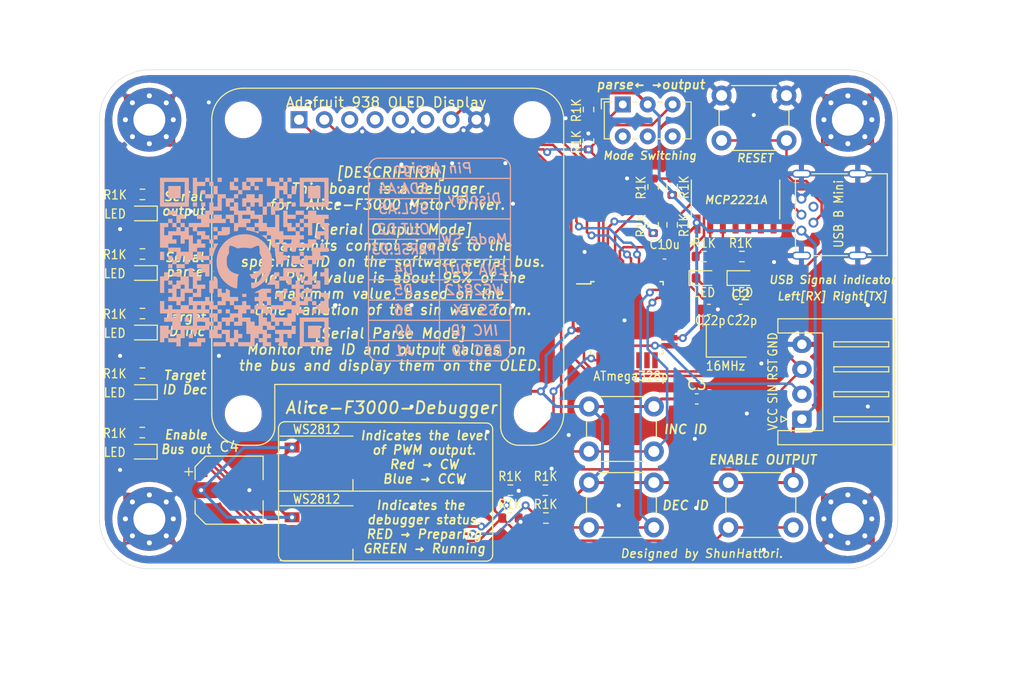
<source format=kicad_pcb>
(kicad_pcb (version 20171130) (host pcbnew "(5.1.8)-1")
  (layers (0 F.Cu signal) (31 B.Cu signal) (34 B.Paste user) (35 F.Paste user) (36 B.SilkS user) (37 F.SilkS user) (38 B.Mask user) (39 F.Mask user) (44 Edge.Cuts user))
  (net 0 "")
  (net 1 "Net-(U2-Pad26)")
  (net 2 "Net-(U2-Pad22)")
  (net 3 "Net-(U2-Pad20)")
  (net 4 "Net-(U2-Pad19)")
  (net 5 "Net-(U2-Pad17)")
  (net 6 "Net-(U2-Pad16)")
  (net 7 "Net-(U2-Pad15)")
  (net 8 "Net-(U2-Pad14)")
  (net 9 "Net-(U2-Pad13)")
  (net 10 "Net-(U2-Pad12)")
  (net 11 "Net-(U1-Pad11)")
  (net 12 "Net-(U1-Pad10)")
  (net 13 "Net-(U1-Pad9)")
  (net 14 "Net-(U1-Pad8)")
  (net 15 "Net-(U1-Pad7)")
  (net 16 "Net-(J2-Pad4)")
  (net 17 GND)
  (net 18 "Net-(C1-Pad1)")
  (net 19 "Net-(C2-Pad1)")
  (net 20 D+)
  (net 21 D-)
  (net 22 RESET)
  (net 23 SCL)
  (net 24 SDA)
  (net 25 "Net-(D1-Pad2)")
  (net 26 "Net-(D2-Pad2)")
  (net 27 "Net-(D3-Pad2)")
  (net 28 "Net-(D4-Pad2)")
  (net 29 "Net-(D5-Pad2)")
  (net 30 "Net-(D6-Pad2)")
  (net 31 "Net-(D7-Pad2)")
  (net 32 SS_IN)
  (net 33 VCC)
  (net 34 UTX)
  (net 35 "Net-(R2-Pad1)")
  (net 36 URX)
  (net 37 "Net-(R3-Pad1)")
  (net 38 TX_LED)
  (net 39 OUT)
  (net 40 ID_DEC)
  (net 41 MODE1)
  (net 42 RX_LED)
  (net 43 MODE2)
  (net 44 ID_INC)
  (net 45 "Net-(C6-Pad2)")
  (net 46 "Net-(U3-Pad6)")
  (net 47 "Net-(U3-Pad5)")
  (net 48 "Net-(U3-Pad4)")
  (net 49 "Net-(U3-Pad3)")
  (net 50 "Net-(U2-Pad11)")
  (net 51 pixel1_IN)
  (net 52 "Net-(D9-Pad2)")
  (net 53 "Net-(U2-Pad25)")
  (net 54 "Net-(D8-Pad2)")
  (module RobotClub_footprint:GitHub_QR_Alice_F3000_debugger (layer B.Cu) (at 64.516 64.262 180)
    (fp_text reference G*** hide)
    (fp_text value LOGO hide)
  )
  (module Capacitor_SMD:C_0603_1608Metric (layer F.Cu) (at 114.253 69.009)
    (fp_text reference C2 (at 0 -1.43) (layer F.SilkS))
    (fp_text value 22p)
    (pad 2 smd roundrect (at 0.775 0) (size 0.9 0.95) (layers F.Cu F.Paste F.Mask) (net 17 GND))
    (pad 1 smd roundrect (at -0.775 0) (size 0.9 0.95) (layers F.Cu F.Paste F.Mask) (net 19 "Net-(C2-Pad1)"))
  )
  (module Capacitor_SMD:CP_Elec_6.3x5.4 (layer F.Cu) (at 62.992 87.122)
    (fp_text reference C4 (at 0 -4.35) (layer F.SilkS))
    (fp_text value 47u)
    (pad 2 smd roundrect (at 2.8 0) (size 3.5 1.6) (layers F.Cu F.Paste F.Mask) (roundrect_rratio 0.15625) (net 17 GND))
    (pad 1 smd roundrect (at -2.8 0) (size 3.5 1.6) (layers F.Cu F.Paste F.Mask) (roundrect_rratio 0.15625) (net 33 VCC))
  )
  (module Capacitor_SMD:C_0603_1608Metric (layer F.Cu) (at 109.855 77.978)
    (fp_text reference C3 (at 0 -1.43) (layer F.SilkS))
    (fp_text value 0.1u)
    (pad 2 smd roundrect (at 0.775 0) (size 0.9 0.95) (layers F.Cu F.Paste F.Mask) (net 17 GND))
    (pad 1 smd roundrect (at -0.775 0) (size 0.9 0.95) (layers F.Cu F.Paste F.Mask) (net 33 VCC))
  )
  (module RobotClub_footprint:Adafruit_SSD1306 (layer F.Cu) (at 70 50)
    (fp_text reference U3 hide)
    (fp_text value Adafruit_938 hide)
    (pad "" np_thru_hole circle (at -5.588 0) (size 2.7 2.7) (drill 2.7) (layers *.Cu *.Mask))
    (pad "" np_thru_hole circle (at 23.368 29.464) (size 2.7 2.7) (drill 2.7) (layers *.Cu *.Mask))
    (pad "" np_thru_hole circle (at -5.588 29.464) (size 2.7 2.7) (drill 2.7) (layers *.Cu *.Mask))
    (pad "" np_thru_hole circle (at 23.368 0) (size 2.7 2.7) (drill 2.7) (layers *.Cu *.Mask))
    (pad 1 thru_hole rect (at 0 0) (size 1.7 1.7) (drill 1) (layers *.Cu *.Mask) (net 24 SDA))
    (pad 2 thru_hole circle (at 2.54 0) (size 1.7 1.7) (drill 1) (layers *.Cu *.Mask) (net 23 SCL))
    (pad 3 thru_hole circle (at 5.08 0) (size 1.7 1.7) (drill 1) (layers *.Cu *.Mask) (net 49 "Net-(U3-Pad3)"))
    (pad 4 thru_hole circle (at 7.62 0) (size 1.7 1.7) (drill 1) (layers *.Cu *.Mask) (net 48 "Net-(U3-Pad4)"))
    (pad 5 thru_hole circle (at 10.16 0) (size 1.7 1.7) (drill 1) (layers *.Cu *.Mask) (net 47 "Net-(U3-Pad5)"))
    (pad 6 thru_hole circle (at 12.7 0) (size 1.7 1.7) (drill 1) (layers *.Cu *.Mask) (net 46 "Net-(U3-Pad6)"))
    (pad 7 thru_hole circle (at 15.24 0) (size 1.7 1.7) (drill 1) (layers *.Cu *.Mask) (net 33 VCC))
    (pad 8 thru_hole circle (at 17.78 0) (size 1.7 1.7) (drill 1) (layers *.Cu *.Mask) (net 17 GND))
  )
  (module Resistor_SMD:R_0603_1608Metric (layer F.Cu) (at 94.679 87.122)
    (fp_text reference R17 hide)
    (fp_text value 1k hide)
    (pad 2 smd roundrect (at 0.825 0) (size 0.8 0.95) (layers F.Cu F.Paste F.Mask) (net 22 RESET))
    (pad 1 smd roundrect (at -0.825 0) (size 0.8 0.95) (layers F.Cu F.Paste F.Mask) (net 33 VCC))
  )
  (module Button_Switch_THT:SW_PUSH_6mm_H4.3mm (layer F.Cu) (at 99.06 78.74)
    (fp_text reference SW2 hide)
    (fp_text value SW_Push hide)
    (pad 1 thru_hole circle (at 6.5 0 90) (size 2 2) (drill 1.1) (layers *.Cu *.Mask) (net 33 VCC))
    (pad 2 thru_hole circle (at 6.5 4.5 90) (size 2 2) (drill 1.1) (layers *.Cu *.Mask) (net 44 ID_INC))
    (pad 1 thru_hole circle (at 0 0 90) (size 2 2) (drill 1.1) (layers *.Cu *.Mask) (net 33 VCC))
    (pad 2 thru_hole circle (at 0 4.5 90) (size 2 2) (drill 1.1) (layers *.Cu *.Mask) (net 44 ID_INC))
  )
  (module MountingHole:MountingHole_3.2mm_M3_Pad_Via (layer F.Cu) (at 125 50)
    (fp_text reference REF** hide)
    (fp_text value MountingHole_3.2mm_M3_Pad_Via hide)
    (pad 1 thru_hole circle (at 0 0) (size 6.4 6.4) (drill 3.2) (layers *.Cu *.Mask) (net 17 GND))
    (pad 1 thru_hole circle (at 2.4 0) (size 0.8 0.8) (drill 0.5) (layers *.Cu *.Mask))
    (pad 1 thru_hole circle (at 1.697056 1.697056) (size 0.8 0.8) (drill 0.5) (layers *.Cu *.Mask))
    (pad 1 thru_hole circle (at 0 2.4) (size 0.8 0.8) (drill 0.5) (layers *.Cu *.Mask))
    (pad 1 thru_hole circle (at -1.697056 1.697056) (size 0.8 0.8) (drill 0.5) (layers *.Cu *.Mask))
    (pad 1 thru_hole circle (at -2.4 0) (size 0.8 0.8) (drill 0.5) (layers *.Cu *.Mask))
    (pad 1 thru_hole circle (at -1.697056 -1.697056) (size 0.8 0.8) (drill 0.5) (layers *.Cu *.Mask))
    (pad 1 thru_hole circle (at 0 -2.4) (size 0.8 0.8) (drill 0.5) (layers *.Cu *.Mask))
    (pad 1 thru_hole circle (at 1.697056 -1.697056) (size 0.8 0.8) (drill 0.5) (layers *.Cu *.Mask))
  )
  (module MountingHole:MountingHole_3.2mm_M3_Pad_Via (layer F.Cu) (at 55 50)
    (fp_text reference REF** hide)
    (fp_text value MountingHole_3.2mm_M3_Pad_Via hide)
    (pad 1 thru_hole circle (at 0 0) (size 6.4 6.4) (drill 3.2) (layers *.Cu *.Mask) (net 17 GND))
    (pad 1 thru_hole circle (at 2.4 0) (size 0.8 0.8) (drill 0.5) (layers *.Cu *.Mask))
    (pad 1 thru_hole circle (at 1.697056 1.697056) (size 0.8 0.8) (drill 0.5) (layers *.Cu *.Mask))
    (pad 1 thru_hole circle (at 0 2.4) (size 0.8 0.8) (drill 0.5) (layers *.Cu *.Mask))
    (pad 1 thru_hole circle (at -1.697056 1.697056) (size 0.8 0.8) (drill 0.5) (layers *.Cu *.Mask))
    (pad 1 thru_hole circle (at -2.4 0) (size 0.8 0.8) (drill 0.5) (layers *.Cu *.Mask))
    (pad 1 thru_hole circle (at -1.697056 -1.697056) (size 0.8 0.8) (drill 0.5) (layers *.Cu *.Mask))
    (pad 1 thru_hole circle (at 0 -2.4) (size 0.8 0.8) (drill 0.5) (layers *.Cu *.Mask))
    (pad 1 thru_hole circle (at 1.697056 -1.697056) (size 0.8 0.8) (drill 0.5) (layers *.Cu *.Mask))
  )
  (module MountingHole:MountingHole_3.2mm_M3_Pad_Via (layer F.Cu) (at 55 90)
    (fp_text reference REF** hide)
    (fp_text value MountingHole_3.2mm_M3_Pad_Via hide)
    (pad 1 thru_hole circle (at 0 0) (size 6.4 6.4) (drill 3.2) (layers *.Cu *.Mask) (net 17 GND))
    (pad 1 thru_hole circle (at 2.4 0) (size 0.8 0.8) (drill 0.5) (layers *.Cu *.Mask))
    (pad 1 thru_hole circle (at 1.697056 1.697056) (size 0.8 0.8) (drill 0.5) (layers *.Cu *.Mask))
    (pad 1 thru_hole circle (at 0 2.4) (size 0.8 0.8) (drill 0.5) (layers *.Cu *.Mask))
    (pad 1 thru_hole circle (at -1.697056 1.697056) (size 0.8 0.8) (drill 0.5) (layers *.Cu *.Mask))
    (pad 1 thru_hole circle (at -2.4 0) (size 0.8 0.8) (drill 0.5) (layers *.Cu *.Mask))
    (pad 1 thru_hole circle (at -1.697056 -1.697056) (size 0.8 0.8) (drill 0.5) (layers *.Cu *.Mask))
    (pad 1 thru_hole circle (at 0 -2.4) (size 0.8 0.8) (drill 0.5) (layers *.Cu *.Mask))
    (pad 1 thru_hole circle (at 1.697056 -1.697056) (size 0.8 0.8) (drill 0.5) (layers *.Cu *.Mask))
  )
  (module MountingHole:MountingHole_3.2mm_M3_Pad_Via (layer F.Cu) (at 125 90)
    (fp_text reference REF** hide)
    (fp_text value MountingHole_3.2mm_M3_Pad_Via hide)
    (pad 1 thru_hole circle (at 1.697056 -1.697056) (size 0.8 0.8) (drill 0.5) (layers *.Cu *.Mask))
    (pad 1 thru_hole circle (at 0 -2.4) (size 0.8 0.8) (drill 0.5) (layers *.Cu *.Mask))
    (pad 1 thru_hole circle (at -1.697056 -1.697056) (size 0.8 0.8) (drill 0.5) (layers *.Cu *.Mask))
    (pad 1 thru_hole circle (at -2.4 0) (size 0.8 0.8) (drill 0.5) (layers *.Cu *.Mask))
    (pad 1 thru_hole circle (at -1.697056 1.697056) (size 0.8 0.8) (drill 0.5) (layers *.Cu *.Mask))
    (pad 1 thru_hole circle (at 0 2.4) (size 0.8 0.8) (drill 0.5) (layers *.Cu *.Mask))
    (pad 1 thru_hole circle (at 1.697056 1.697056) (size 0.8 0.8) (drill 0.5) (layers *.Cu *.Mask))
    (pad 1 thru_hole circle (at 2.4 0) (size 0.8 0.8) (drill 0.5) (layers *.Cu *.Mask))
    (pad 1 thru_hole circle (at 0 0) (size 6.4 6.4) (drill 3.2) (layers *.Cu *.Mask) (net 17 GND))
  )
  (module LED_SMD:LED_WS2812B_PLCC4_5.0x5.0mm_P3.2mm (layer F.Cu) (at 71.755 91.44)
    (fp_text reference D9 hide)
    (fp_text value WS2812B hide)
    (pad 1 smd rect (at -2.45 -1.6) (size 1.5 1) (layers F.Cu F.Paste F.Mask) (net 33 VCC))
    (pad 2 smd rect (at -2.45 1.6) (size 1.5 1) (layers F.Cu F.Paste F.Mask) (net 52 "Net-(D9-Pad2)"))
    (pad 4 smd rect (at 2.45 -1.6) (size 1.5 1) (layers F.Cu F.Paste F.Mask) (net 54 "Net-(D8-Pad2)"))
    (pad 3 smd rect (at 2.45 1.6) (size 1.5 1) (layers F.Cu F.Paste F.Mask) (net 17 GND))
  )
  (module LED_SMD:LED_WS2812B_PLCC4_5.0x5.0mm_P3.2mm (layer F.Cu) (at 71.755 84.455)
    (fp_text reference D8 hide)
    (fp_text value WS2812B hide)
    (pad 1 smd rect (at -2.45 -1.6) (size 1.5 1) (layers F.Cu F.Paste F.Mask) (net 33 VCC))
    (pad 2 smd rect (at -2.45 1.6) (size 1.5 1) (layers F.Cu F.Paste F.Mask) (net 54 "Net-(D8-Pad2)"))
    (pad 4 smd rect (at 2.45 -1.6) (size 1.5 1) (layers F.Cu F.Paste F.Mask) (net 51 pixel1_IN))
    (pad 3 smd rect (at 2.45 1.6) (size 1.5 1) (layers F.Cu F.Paste F.Mask) (net 17 GND))
  )
  (module Resistor_SMD:R_0603_1608Metric (layer F.Cu) (at 94.742 89.916)
    (fp_text reference R10 hide)
    (fp_text value 1k hide)
    (pad 2 smd roundrect (at 0.825 0) (size 0.8 0.95) (layers F.Cu F.Paste F.Mask) (net 17 GND))
    (pad 1 smd roundrect (at -0.825 0) (size 0.8 0.95) (layers F.Cu F.Paste F.Mask) (net 40 ID_DEC))
  )
  (module Resistor_SMD:R_0603_1608Metric (layer F.Cu) (at 91.186 87.122)
    (fp_text reference R18 hide)
    (fp_text value 1k hide)
    (pad 2 smd roundrect (at 0.825 0) (size 0.8 0.95) (layers F.Cu F.Paste F.Mask) (net 17 GND))
    (pad 1 smd roundrect (at -0.825 0) (size 0.8 0.95) (layers F.Cu F.Paste F.Mask) (net 44 ID_INC))
  )
  (module Resistor_SMD:R_0603_1608Metric (layer F.Cu) (at 54.2953 81.3473 180)
    (fp_text reference R7 hide)
    (fp_text value 1k hide)
    (pad 2 smd roundrect (at 0.825 0 180) (size 0.8 0.95) (layers F.Cu F.Paste F.Mask) (net 25 "Net-(D1-Pad2)"))
    (pad 1 smd roundrect (at -0.825 0 180) (size 0.8 0.95) (layers F.Cu F.Paste F.Mask) (net 39 OUT))
  )
  (module Capacitor_SMD:C_0603_1608Metric (layer F.Cu) (at 106.632 63.453)
    (fp_text reference C6 hide)
    (fp_text value 10u hide)
    (pad 2 smd roundrect (at 0.775 0) (size 0.9 0.95) (layers F.Cu F.Paste F.Mask) (net 45 "Net-(C6-Pad2)"))
    (pad 1 smd roundrect (at -0.775 0) (size 0.9 0.95) (layers F.Cu F.Paste F.Mask) (net 22 RESET))
  )
  (module Crystal:Crystal_SMD_SeikoEpson_FA238-4Pin_3.2x2.5mm (layer F.Cu) (at 112.813 72.184)
    (fp_text reference Y1 hide)
    (fp_text value Crystal_GND24_Small-Device hide)
    (pad 4 smd rect (at -1.1 -0.8) (size 1.4 1.2) (layers F.Cu F.Paste F.Mask) (net 17 GND))
    (pad 3 smd rect (at 1.1 -0.8) (size 1.4 1.2) (layers F.Cu F.Paste F.Mask) (net 19 "Net-(C2-Pad1)"))
    (pad 2 smd rect (at 1.1 0.8) (size 1.4 1.2) (layers F.Cu F.Paste F.Mask) (net 17 GND))
    (pad 1 smd rect (at -1.1 0.8) (size 1.4 1.2) (layers F.Cu F.Paste F.Mask) (net 18 "Net-(C1-Pad1)"))
  )
  (module Package_QFP:TQFP-32_7x7mm_P0.8mm (layer F.Cu) (at 102.87 69.85)
    (fp_text reference U2 hide)
    (fp_text value ATmega328-AU-MCU_Microchip_ATmega hide)
    (pad 1 smd rect (at -4.25 -2.8) (size 1.6 0.55) (layers F.Cu F.Paste F.Mask) (net 43 MODE2))
    (pad 2 smd rect (at -4.25 -2) (size 1.6 0.55) (layers F.Cu F.Paste F.Mask) (net 39 OUT))
    (pad 3 smd rect (at -4.25 -1.2) (size 1.6 0.55) (layers F.Cu F.Paste F.Mask) (net 17 GND))
    (pad 4 smd rect (at -4.25 -0.4) (size 1.6 0.55) (layers F.Cu F.Paste F.Mask) (net 33 VCC))
    (pad 5 smd rect (at -4.25 0.4) (size 1.6 0.55) (layers F.Cu F.Paste F.Mask) (net 17 GND))
    (pad 6 smd rect (at -4.25 1.2) (size 1.6 0.55) (layers F.Cu F.Paste F.Mask) (net 33 VCC))
    (pad 7 smd rect (at -4.25 2) (size 1.6 0.55) (layers F.Cu F.Paste F.Mask) (net 19 "Net-(C2-Pad1)"))
    (pad 8 smd rect (at -4.25 2.8) (size 1.6 0.55) (layers F.Cu F.Paste F.Mask) (net 18 "Net-(C1-Pad1)"))
    (pad 9 smd rect (at -2.8 4.25 90) (size 1.6 0.55) (layers F.Cu F.Paste F.Mask) (net 51 pixel1_IN))
    (pad 10 smd rect (at -2 4.25 90) (size 1.6 0.55) (layers F.Cu F.Paste F.Mask) (net 32 SS_IN))
    (pad 11 smd rect (at -1.2 4.25 90) (size 1.6 0.55) (layers F.Cu F.Paste F.Mask) (net 50 "Net-(U2-Pad11)"))
    (pad 12 smd rect (at -0.4 4.25 90) (size 1.6 0.55) (layers F.Cu F.Paste F.Mask) (net 10 "Net-(U2-Pad12)"))
    (pad 13 smd rect (at 0.4 4.25 90) (size 1.6 0.55) (layers F.Cu F.Paste F.Mask) (net 9 "Net-(U2-Pad13)"))
    (pad 14 smd rect (at 1.2 4.25 90) (size 1.6 0.55) (layers F.Cu F.Paste F.Mask) (net 8 "Net-(U2-Pad14)"))
    (pad 15 smd rect (at 2 4.25 90) (size 1.6 0.55) (layers F.Cu F.Paste F.Mask) (net 7 "Net-(U2-Pad15)"))
    (pad 16 smd rect (at 2.8 4.25 90) (size 1.6 0.55) (layers F.Cu F.Paste F.Mask) (net 6 "Net-(U2-Pad16)"))
    (pad 17 smd rect (at 4.25 2.8) (size 1.6 0.55) (layers F.Cu F.Paste F.Mask) (net 5 "Net-(U2-Pad17)"))
    (pad 18 smd rect (at 4.25 2) (size 1.6 0.55) (layers F.Cu F.Paste F.Mask) (net 33 VCC))
    (pad 19 smd rect (at 4.25 1.2) (size 1.6 0.55) (layers F.Cu F.Paste F.Mask) (net 4 "Net-(U2-Pad19)"))
    (pad 20 smd rect (at 4.25 0.4) (size 1.6 0.55) (layers F.Cu F.Paste F.Mask) (net 3 "Net-(U2-Pad20)"))
    (pad 21 smd rect (at 4.25 -0.4) (size 1.6 0.55) (layers F.Cu F.Paste F.Mask) (net 17 GND))
    (pad 22 smd rect (at 4.25 -1.2) (size 1.6 0.55) (layers F.Cu F.Paste F.Mask) (net 2 "Net-(U2-Pad22)"))
    (pad 23 smd rect (at 4.25 -2) (size 1.6 0.55) (layers F.Cu F.Paste F.Mask) (net 44 ID_INC))
    (pad 24 smd rect (at 4.25 -2.8) (size 1.6 0.55) (layers F.Cu F.Paste F.Mask) (net 40 ID_DEC))
    (pad 25 smd rect (at 2.8 -4.25 90) (size 1.6 0.55) (layers F.Cu F.Paste F.Mask) (net 53 "Net-(U2-Pad25)"))
    (pad 26 smd rect (at 2 -4.25 90) (size 1.6 0.55) (layers F.Cu F.Paste F.Mask) (net 1 "Net-(U2-Pad26)"))
    (pad 27 smd rect (at 1.2 -4.25 90) (size 1.6 0.55) (layers F.Cu F.Paste F.Mask) (net 24 SDA))
    (pad 28 smd rect (at 0.4 -4.25 90) (size 1.6 0.55) (layers F.Cu F.Paste F.Mask) (net 23 SCL))
    (pad 29 smd rect (at -0.4 -4.25 90) (size 1.6 0.55) (layers F.Cu F.Paste F.Mask) (net 22 RESET))
    (pad 30 smd rect (at -1.2 -4.25 90) (size 1.6 0.55) (layers F.Cu F.Paste F.Mask) (net 35 "Net-(R2-Pad1)"))
    (pad 31 smd rect (at -2 -4.25 90) (size 1.6 0.55) (layers F.Cu F.Paste F.Mask) (net 37 "Net-(R3-Pad1)"))
    (pad 32 smd rect (at -2.8 -4.25 90) (size 1.6 0.55) (layers F.Cu F.Paste F.Mask) (net 41 MODE1))
  )
  (module MCP2221-I_SL:SOIC127P600X175-14N (layer F.Cu) (at 113.744 57.992 90)
    (fp_text reference U1 hide)
    (fp_text value MCP2221-I_SL hide)
    (pad 14 smd rect (at 2.455 -3.81 90) (size 1.9 0.6) (layers F.Cu F.Paste F.Mask) (net 17 GND))
    (pad 13 smd rect (at 2.455 -2.54 90) (size 1.9 0.6) (layers F.Cu F.Paste F.Mask) (net 20 D+))
    (pad 12 smd rect (at 2.455 -1.27 90) (size 1.9 0.6) (layers F.Cu F.Paste F.Mask) (net 21 D-))
    (pad 11 smd rect (at 2.455 0 90) (size 1.9 0.6) (layers F.Cu F.Paste F.Mask) (net 11 "Net-(U1-Pad11)"))
    (pad 10 smd rect (at 2.455 1.27 90) (size 1.9 0.6) (layers F.Cu F.Paste F.Mask) (net 12 "Net-(U1-Pad10)"))
    (pad 9 smd rect (at 2.455 2.54 90) (size 1.9 0.6) (layers F.Cu F.Paste F.Mask) (net 13 "Net-(U1-Pad9)"))
    (pad 8 smd rect (at 2.455 3.81 90) (size 1.9 0.6) (layers F.Cu F.Paste F.Mask) (net 14 "Net-(U1-Pad8)"))
    (pad 7 smd rect (at -2.455 3.81 90) (size 1.9 0.6) (layers F.Cu F.Paste F.Mask) (net 15 "Net-(U1-Pad7)"))
    (pad 6 smd rect (at -2.455 2.54 90) (size 1.9 0.6) (layers F.Cu F.Paste F.Mask) (net 34 UTX))
    (pad 5 smd rect (at -2.455 1.27 90) (size 1.9 0.6) (layers F.Cu F.Paste F.Mask) (net 36 URX))
    (pad 4 smd rect (at -2.455 0 90) (size 1.9 0.6) (layers F.Cu F.Paste F.Mask) (net 45 "Net-(C6-Pad2)"))
    (pad 3 smd rect (at -2.455 -1.27 90) (size 1.9 0.6) (layers F.Cu F.Paste F.Mask) (net 38 TX_LED))
    (pad 2 smd rect (at -2.455 -2.54 90) (size 1.9 0.6) (layers F.Cu F.Paste F.Mask) (net 42 RX_LED))
    (pad 1 smd rect (at -2.455 -3.81 90) (size 1.9 0.6) (layers F.Cu F.Paste F.Mask) (net 33 VCC))
  )
  (module Button_Switch_THT:SW_E-Switch_EG1271_DPDT (layer F.Cu) (at 102.441 48.467)
    (fp_text reference SW6 hide)
    (fp_text value SW_SPDT hide)
    (pad 1 thru_hole rect (at 0 0) (size 1.6 1.6) (drill 0.8) (layers *.Cu *.Mask) (net 43 MODE2))
    (pad 2 thru_hole circle (at 2.5 0) (size 1.6 1.6) (drill 0.8) (layers *.Cu *.Mask) (net 33 VCC))
    (pad 3 thru_hole circle (at 5 0) (size 1.6 1.6) (drill 0.8) (layers *.Cu *.Mask) (net 41 MODE1))
    (pad 4 thru_hole circle (at 0 3.2) (size 1.6 1.6) (drill 0.8) (layers *.Cu *.Mask))
    (pad 5 thru_hole circle (at 2.5 3.2) (size 1.6 1.6) (drill 0.8) (layers *.Cu *.Mask))
    (pad 6 thru_hole circle (at 5 3.2) (size 1.6 1.6) (drill 0.8) (layers *.Cu *.Mask))
  )
  (module Button_Switch_THT:SW_PUSH_6mm_H4.3mm (layer F.Cu) (at 99.06 86.36)
    (fp_text reference SW4 hide)
    (fp_text value SW_Push hide)
    (pad 1 thru_hole circle (at 6.5 0 90) (size 2 2) (drill 1.1) (layers *.Cu *.Mask) (net 33 VCC))
    (pad 2 thru_hole circle (at 6.5 4.5 90) (size 2 2) (drill 1.1) (layers *.Cu *.Mask) (net 40 ID_DEC))
    (pad 1 thru_hole circle (at 0 0 90) (size 2 2) (drill 1.1) (layers *.Cu *.Mask) (net 33 VCC))
    (pad 2 thru_hole circle (at 0 4.5 90) (size 2 2) (drill 1.1) (layers *.Cu *.Mask) (net 40 ID_DEC))
  )
  (module Button_Switch_THT:SW_PUSH_6mm_H4.3mm (layer F.Cu) (at 112.347 47.578)
    (fp_text reference SW3 hide)
    (fp_text value SW_Push hide)
    (pad 1 thru_hole circle (at 6.5 0 90) (size 2 2) (drill 1.1) (layers *.Cu *.Mask) (net 17 GND))
    (pad 2 thru_hole circle (at 6.5 4.5 90) (size 2 2) (drill 1.1) (layers *.Cu *.Mask) (net 22 RESET))
    (pad 1 thru_hole circle (at 0 0 90) (size 2 2) (drill 1.1) (layers *.Cu *.Mask) (net 17 GND))
    (pad 2 thru_hole circle (at 0 4.5 90) (size 2 2) (drill 1.1) (layers *.Cu *.Mask) (net 22 RESET))
  )
  (module Button_Switch_THT:SW_PUSH_6mm_H4.3mm (layer F.Cu) (at 113.03 86.36)
    (fp_text reference SW1 hide)
    (fp_text value SW_Push hide)
    (pad 1 thru_hole circle (at 6.5 0 90) (size 2 2) (drill 1.1) (layers *.Cu *.Mask) (net 33 VCC))
    (pad 2 thru_hole circle (at 6.5 4.5 90) (size 2 2) (drill 1.1) (layers *.Cu *.Mask) (net 39 OUT))
    (pad 1 thru_hole circle (at 0 0 90) (size 2 2) (drill 1.1) (layers *.Cu *.Mask) (net 33 VCC))
    (pad 2 thru_hole circle (at 0 4.5 90) (size 2 2) (drill 1.1) (layers *.Cu *.Mask) (net 39 OUT))
  )
  (module Resistor_SMD:R_0603_1608Metric (layer F.Cu) (at 54.308 69.422 180)
    (fp_text reference R16 hide)
    (fp_text value 1k hide)
    (pad 2 smd roundrect (at 0.825 0 180) (size 0.8 0.95) (layers F.Cu F.Paste F.Mask) (net 30 "Net-(D6-Pad2)"))
    (pad 1 smd roundrect (at -0.825 0 180) (size 0.8 0.95) (layers F.Cu F.Paste F.Mask) (net 44 ID_INC))
  )
  (module Resistor_SMD:R_0603_1608Metric (layer F.Cu) (at 99.012 48.975 90)
    (fp_text reference R15 hide)
    (fp_text value 1k hide)
    (pad 2 smd roundrect (at 0.825 0 90) (size 0.8 0.95) (layers F.Cu F.Paste F.Mask) (net 17 GND))
    (pad 1 smd roundrect (at -0.825 0 90) (size 0.8 0.95) (layers F.Cu F.Paste F.Mask) (net 43 MODE2))
  )
  (module Resistor_SMD:R_0603_1608Metric (layer F.Cu) (at 54.308 63.453 180)
    (fp_text reference R14 hide)
    (fp_text value 1k hide)
    (pad 2 smd roundrect (at 0.825 0 180) (size 0.8 0.95) (layers F.Cu F.Paste F.Mask) (net 29 "Net-(D5-Pad2)"))
    (pad 1 smd roundrect (at -0.825 0 180) (size 0.8 0.95) (layers F.Cu F.Paste F.Mask) (net 43 MODE2))
  )
  (module Resistor_SMD:R_0603_1608Metric (layer F.Cu) (at 114.379 63.707 180)
    (fp_text reference R13 hide)
    (fp_text value 1k hide)
    (pad 2 smd roundrect (at 0.825 0 180) (size 0.8 0.95) (layers F.Cu F.Paste F.Mask) (net 38 TX_LED))
    (pad 1 smd roundrect (at -0.825 0 180) (size 0.8 0.95) (layers F.Cu F.Paste F.Mask) (net 31 "Net-(D7-Pad2)"))
  )
  (module Resistor_SMD:R_0603_1608Metric (layer F.Cu) (at 99.012 52.15 90)
    (fp_text reference R12 hide)
    (fp_text value 1k hide)
    (pad 2 smd roundrect (at 0.825 0 90) (size 0.8 0.95) (layers F.Cu F.Paste F.Mask) (net 17 GND))
    (pad 1 smd roundrect (at -0.825 0 90) (size 0.8 0.95) (layers F.Cu F.Paste F.Mask) (net 41 MODE1))
  )
  (module Resistor_SMD:R_0603_1608Metric (layer F.Cu) (at 54.308 57.484 180)
    (fp_text reference R11 hide)
    (fp_text value 1k hide)
    (pad 2 smd roundrect (at 0.825 0 180) (size 0.8 0.95) (layers F.Cu F.Paste F.Mask) (net 28 "Net-(D4-Pad2)"))
    (pad 1 smd roundrect (at -0.825 0 180) (size 0.8 0.95) (layers F.Cu F.Paste F.Mask) (net 41 MODE1))
  )
  (module Resistor_SMD:R_0603_1608Metric (layer F.Cu) (at 91.186 89.916)
    (fp_text reference R9 hide)
    (fp_text value 1k hide)
    (pad 2 smd roundrect (at 0.825 0) (size 0.8 0.95) (layers F.Cu F.Paste F.Mask) (net 17 GND))
    (pad 1 smd roundrect (at -0.825 0) (size 0.8 0.95) (layers F.Cu F.Paste F.Mask) (net 39 OUT))
  )
  (module Resistor_SMD:R_0603_1608Metric (layer F.Cu) (at 54.308 75.391 180)
    (fp_text reference R8 hide)
    (fp_text value 1k hide)
    (pad 2 smd roundrect (at 0.825 0 180) (size 0.8 0.95) (layers F.Cu F.Paste F.Mask) (net 26 "Net-(D2-Pad2)"))
    (pad 1 smd roundrect (at -0.825 0 180) (size 0.8 0.95) (layers F.Cu F.Paste F.Mask) (net 40 ID_DEC))
  )
  (module Resistor_SMD:R_0603_1608Metric (layer F.Cu) (at 110.569 63.707 180)
    (fp_text reference R6 hide)
    (fp_text value 1k hide)
    (pad 2 smd roundrect (at 0.825 0 180) (size 0.8 0.95) (layers F.Cu F.Paste F.Mask) (net 42 RX_LED))
    (pad 1 smd roundrect (at -0.825 0 180) (size 0.8 0.95) (layers F.Cu F.Paste F.Mask) (net 27 "Net-(D3-Pad2)"))
  )
  (module Resistor_SMD:R_0603_1608Metric (layer F.Cu) (at 107.394 60.532 270)
    (fp_text reference R5 hide)
    (fp_text value 1k hide)
    (pad 2 smd roundrect (at 0.825 0 270) (size 0.8 0.95) (layers F.Cu F.Paste F.Mask) (net 33 VCC))
    (pad 1 smd roundrect (at -0.825 0 270) (size 0.8 0.95) (layers F.Cu F.Paste F.Mask) (net 36 URX))
  )
  (module Resistor_SMD:R_0603_1608Metric (layer F.Cu) (at 107.394 56.722 270)
    (fp_text reference R4 hide)
    (fp_text value 1k hide)
    (pad 2 smd roundrect (at 0.825 0 270) (size 0.8 0.95) (layers F.Cu F.Paste F.Mask) (net 33 VCC))
    (pad 1 smd roundrect (at -0.825 0 270) (size 0.8 0.95) (layers F.Cu F.Paste F.Mask) (net 34 UTX))
  )
  (module Resistor_SMD:R_0603_1608Metric (layer F.Cu) (at 105.489 60.532 90)
    (fp_text reference R3 hide)
    (fp_text value 1k hide)
    (pad 2 smd roundrect (at 0.825 0 90) (size 0.8 0.95) (layers F.Cu F.Paste F.Mask) (net 36 URX))
    (pad 1 smd roundrect (at -0.825 0 90) (size 0.8 0.95) (layers F.Cu F.Paste F.Mask) (net 37 "Net-(R3-Pad1)"))
  )
  (module Resistor_SMD:R_0603_1608Metric (layer F.Cu) (at 105.489 56.722 90)
    (fp_text reference R2 hide)
    (fp_text value 1k hide)
    (pad 2 smd roundrect (at 0.825 0 90) (size 0.8 0.95) (layers F.Cu F.Paste F.Mask) (net 34 UTX))
    (pad 1 smd roundrect (at -0.825 0 90) (size 0.8 0.95) (layers F.Cu F.Paste F.Mask) (net 35 "Net-(R2-Pad1)"))
  )
  (module 2020_C_team:USB_Mini_B_holes (layer F.Cu) (at 124.412 59.516 90)
    (fp_text reference J2 hide)
    (fp_text value USB_B_Mini hide)
    (pad 6 thru_hole oval (at 4.1 1.586) (size 1.9 0.8) (drill oval 1.6 0.5) (layers *.Cu *.Mask) (net 17 GND))
    (pad 6 thru_hole oval (at -4.1 1.586) (size 1.9 0.8) (drill oval 1.6 0.5) (layers *.Cu *.Mask) (net 17 GND))
    (pad 6 thru_hole oval (at 4.1 -4.064) (size 1.9 0.8) (drill oval 1.6 0.5) (layers *.Cu *.Mask) (net 17 GND))
    (pad 6 thru_hole oval (at -4.1 -4.064) (size 1.9 0.8) (drill oval 1.6 0.5) (layers *.Cu *.Mask) (net 17 GND))
    (pad 4 thru_hole circle (at 0.8 -2.864 90) (size 1 1) (drill 0.6) (layers *.Cu *.Mask) (net 16 "Net-(J2-Pad4)"))
    (pad 5 thru_hole circle (at 1.6 -4.064 180) (size 1 1) (drill 0.6) (layers *.Cu *.Mask) (net 17 GND))
    (pad 1 thru_hole circle (at -1.6 -4.064 90) (size 1 1) (drill 0.6) (layers *.Cu *.Mask) (net 33 VCC))
    (pad 2 thru_hole circle (at -0.8 -2.864 90) (size 1 1) (drill 0.6) (layers *.Cu *.Mask) (net 21 D-))
    (pad 3 thru_hole circle (at 0 -4.064 90) (size 1 1) (drill 0.6) (layers *.Cu *.Mask) (net 20 D+))
  )
  (module Connector_JST:JST_XH_S4B-XH-A_1x04_P2.50mm_Horizontal (layer F.Cu) (at 120.396 80.01 90)
    (fp_text reference J1 hide)
    (fp_text value Conn_01x04_Female hide)
    (pad 4 thru_hole oval (at 7.5 0 90) (size 1.7 1.95) (drill 0.95) (layers *.Cu *.Mask) (net 17 GND))
    (pad 3 thru_hole oval (at 5 0 90) (size 1.7 1.95) (drill 0.95) (layers *.Cu *.Mask) (net 22 RESET))
    (pad 2 thru_hole oval (at 2.5 0 90) (size 1.7 1.95) (drill 0.95) (layers *.Cu *.Mask) (net 32 SS_IN))
    (pad 1 thru_hole roundrect (at 0 0 90) (size 1.7 1.95) (drill 0.95) (layers *.Cu *.Mask) (roundrect_rratio 0.147059) (net 33 VCC))
  )
  (module LED_SMD:LED_0603_1608Metric (layer F.Cu) (at 114.379 65.866)
    (fp_text reference D7 hide)
    (fp_text value LED hide)
    (pad 2 smd roundrect (at 0.7875 0) (size 0.875 0.95) (layers F.Cu F.Paste F.Mask) (net 31 "Net-(D7-Pad2)"))
    (pad 1 smd roundrect (at -0.7875 0) (size 0.875 0.95) (layers F.Cu F.Paste F.Mask) (net 17 GND))
  )
  (module LED_SMD:LED_0603_1608Metric (layer F.Cu) (at 54.308 71.327 180)
    (fp_text reference D6 hide)
    (fp_text value LED hide)
    (pad 2 smd roundrect (at 0.7875 0 180) (size 0.875 0.95) (layers F.Cu F.Paste F.Mask) (net 30 "Net-(D6-Pad2)"))
    (pad 1 smd roundrect (at -0.7875 0 180) (size 0.875 0.95) (layers F.Cu F.Paste F.Mask) (net 17 GND))
  )
  (module LED_SMD:LED_0603_1608Metric (layer F.Cu) (at 54.308 65.358 180)
    (fp_text reference D5 hide)
    (fp_text value LED hide)
    (pad 2 smd roundrect (at 0.7875 0 180) (size 0.875 0.95) (layers F.Cu F.Paste F.Mask) (net 29 "Net-(D5-Pad2)"))
    (pad 1 smd roundrect (at -0.7875 0 180) (size 0.875 0.95) (layers F.Cu F.Paste F.Mask) (net 17 GND))
  )
  (module LED_SMD:LED_0603_1608Metric (layer F.Cu) (at 54.308 59.389 180)
    (fp_text reference D4 hide)
    (fp_text value LED hide)
    (pad 2 smd roundrect (at 0.7875 0 180) (size 0.875 0.95) (layers F.Cu F.Paste F.Mask) (net 28 "Net-(D4-Pad2)"))
    (pad 1 smd roundrect (at -0.7875 0 180) (size 0.875 0.95) (layers F.Cu F.Paste F.Mask) (net 17 GND))
  )
  (module LED_SMD:LED_0603_1608Metric (layer F.Cu) (at 110.569 65.866)
    (fp_text reference D3 hide)
    (fp_text value LED hide)
    (pad 2 smd roundrect (at 0.7875 0) (size 0.875 0.95) (layers F.Cu F.Paste F.Mask) (net 27 "Net-(D3-Pad2)"))
    (pad 1 smd roundrect (at -0.7875 0) (size 0.875 0.95) (layers F.Cu F.Paste F.Mask) (net 17 GND))
  )
  (module LED_SMD:LED_0603_1608Metric (layer F.Cu) (at 54.308 77.296 180)
    (fp_text reference D2 hide)
    (fp_text value LED hide)
    (pad 2 smd roundrect (at 0.7875 0 180) (size 0.875 0.95) (layers F.Cu F.Paste F.Mask) (net 26 "Net-(D2-Pad2)"))
    (pad 1 smd roundrect (at -0.7875 0 180) (size 0.875 0.95) (layers F.Cu F.Paste F.Mask) (net 17 GND))
  )
  (module LED_SMD:LED_0603_1608Metric (layer F.Cu) (at 54.2953 83.2677 180)
    (fp_text reference D1 hide)
    (fp_text value LED hide)
    (pad 2 smd roundrect (at 0.7875 0 180) (size 0.875 0.95) (layers F.Cu F.Paste F.Mask) (net 25 "Net-(D1-Pad2)"))
    (pad 1 smd roundrect (at -0.7875 0 180) (size 0.875 0.95) (layers F.Cu F.Paste F.Mask) (net 17 GND))
  )
  (module Capacitor_SMD:C_0603_1608Metric (layer F.Cu) (at 111.078 69.009)
    (fp_text reference C1 hide)
    (fp_text value 22p hide)
    (pad 2 smd roundrect (at 0.775 0) (size 0.9 0.95) (layers F.Cu F.Paste F.Mask) (net 17 GND))
    (pad 1 smd roundrect (at -0.775 0) (size 0.9 0.95) (layers F.Cu F.Paste F.Mask) (net 18 "Net-(C1-Pad1)"))
  )
  (gr_text PARSE:D3 (at 80.518 62.992) (layer B.SilkS) (effects (font (size 1 0.9) (thickness 0.17) italic) (justify mirror)))
  (gr_line (start 91.186 64.008) (end 76.962 64.008) (layer B.SilkS) (width 0.12))
  (gr_text A1 (at 80.518 73.152) (layer B.SilkS) (effects (font (size 1 1) (thickness 0.17) italic) (justify mirror)))
  (gr_text A0 (at 80.518 71.12) (layer B.SilkS) (effects (font (size 1 1) (thickness 0.17) italic) (justify mirror)))
  (gr_text D4 (at 80.518 65.024) (layer B.SilkS) (effects (font (size 1 1) (thickness 0.17) italic) (justify mirror)))
  (gr_text D6 (at 80.518 69.088) (layer B.SilkS) (effects (font (size 1 1) (thickness 0.17) italic) (justify mirror)))
  (gr_text OUT:D2 (at 80.518 60.96) (layer B.SilkS) (effects (font (size 1 1) (thickness 0.17) italic) (justify mirror)))
  (gr_text D5 (at 80.518 67.056) (layer B.SilkS) (effects (font (size 1 1) (thickness 0.17) italic) (justify mirror)))
  (gr_text SCL:A5 (at 80.518 58.928) (layer B.SilkS) (effects (font (size 1 1) (thickness 0.17) italic) (justify mirror)))
  (gr_text SDA:A4 (at 80.518 56.896) (layer B.SilkS) (effects (font (size 1 1) (thickness 0.17) italic) (justify mirror)))
  (gr_arc (start 77.978 54.864) (end 76.962 54.864) (angle 90) (layer B.SilkS) (width 0.12))
  (gr_arc (start 90.17 54.864) (end 90.17 53.848) (angle 90) (layer B.SilkS) (width 0.12))
  (gr_arc (start 90.17 73.152) (end 91.186 73.152) (angle 90) (layer B.SilkS) (width 0.12))
  (gr_arc (start 77.978 73.152) (end 77.978 74.168) (angle 90) (layer B.SilkS) (width 0.12))
  (gr_line (start 84.074 57.912) (end 76.962 57.912) (layer B.SilkS) (width 0.12))
  (gr_line (start 84.074 55.88) (end 84.074 74.168) (layer B.SilkS) (width 0.12))
  (gr_line (start 76.962 54.864) (end 76.962 73.152) (layer B.SilkS) (width 0.12))
  (gr_line (start 90.17 74.168) (end 77.978 74.168) (layer B.SilkS) (width 0.12))
  (gr_line (start 90.17 53.848) (end 77.978 53.848) (layer B.SilkS) (width 0.12))
  (gr_line (start 91.186 72.136) (end 76.962 72.136) (layer B.SilkS) (width 0.12))
  (gr_line (start 91.186 70.104) (end 76.962 70.104) (layer B.SilkS) (width 0.12))
  (gr_line (start 91.186 68.072) (end 76.962 68.072) (layer B.SilkS) (width 0.12))
  (gr_line (start 84.074 61.976) (end 76.962 61.976) (layer B.SilkS) (width 0.12))
  (gr_line (start 91.186 66.04) (end 76.962 66.04) (layer B.SilkS) (width 0.12))
  (gr_line (start 91.186 59.944) (end 76.962 59.944) (layer B.SilkS) (width 0.12))
  (gr_line (start 91.186 54.864) (end 91.186 73.152) (layer B.SilkS) (width 0.12))
  (gr_line (start 91.186 55.88) (end 76.962 55.88) (layer B.SilkS) (width 0.12))
  (gr_text "DEC ID" (at 87.884 73.152) (layer B.SilkS) (effects (font (size 1 1) (thickness 0.17) italic) (justify mirror)))
  (gr_text "INC ID" (at 87.63 71.12) (layer B.SilkS) (effects (font (size 1 1) (thickness 0.17) italic) (justify mirror)))
  (gr_text "ENA OUT" (at 87.63 65.024) (layer B.SilkS) (effects (font (size 1 1) (thickness 0.17) italic) (justify mirror)))
  (gr_text "SS TX" (at 87.757 69.088) (layer B.SilkS) (effects (font (size 1 1) (thickness 0.17) italic) (justify mirror)))
  (gr_text "Mode SW" (at 87.63 61.976) (layer B.SilkS) (effects (font (size 1 1) (thickness 0.17) italic) (justify mirror)))
  (gr_text WS2812 (at 87.63 67.056) (layer B.SilkS) (effects (font (size 1 1) (thickness 0.17) italic) (justify mirror)))
  (gr_text Display (at 87.63 57.912) (layer B.SilkS) (effects (font (size 1 1) (thickness 0.17) italic) (justify mirror)))
  (gr_text "Pin Assign" (at 83.439 54.864) (layer B.SilkS) (effects (font (size 1 1) (thickness 0.17) italic) (justify mirror)))
  (gr_text "[Serial Parse Mode]\nMonitor the ID and output values on \nthe bus and display them on the OLED.\n" (at 79.121 73.025) (layer F.SilkS) (effects (font (size 1 1) (thickness 0.17) italic)))
  (gr_text "[Serial Output Mode]\nTransmits control signals to the \nspecified ID on the software serial bus.\nThe PWM value is about 95% of the \nmaximum value, based on the \ntime variation of the sin wave form.\n" (at 79.375 65.024) (layer F.SilkS) (effects (font (size 1 1) (thickness 0.17) italic)))
  (gr_text "[DESCRIPTION]\nThis board is a debugger \nfor  Alice-F3000 Motor Driver. \n" (at 79.248 56.896) (layer F.SilkS) (effects (font (size 1 1) (thickness 0.17) italic)))
  (gr_text "ENABLE OUTPUT" (at 116.459 84.074) (layer F.SilkS) (effects (font (size 0.9 0.9) (thickness 0.17) italic)))
  (gr_text "DEC ID" (at 108.712 88.646) (layer F.SilkS) (effects (font (size 0.9 0.9) (thickness 0.17) italic)))
  (gr_text "INC ID" (at 108.712 81.026) (layer F.SilkS) (effects (font (size 0.9 0.9) (thickness 0.17) italic)))
  (gr_text "Indicates the \ndebugger status.\nRED → Preparing\nGREEN → Running" (at 82.55 90.805) (layer F.SilkS) (effects (font (size 0.9 0.9) (thickness 0.17) italic)))
  (gr_arc (start 88.773 93.599) (end 88.773 94.234) (angle -90) (layer F.SilkS) (width 0.12))
  (gr_arc (start 68.58 93.599) (end 67.945 93.599) (angle -90) (layer F.SilkS) (width 0.12))
  (gr_line (start 67.945 93.599) (end 67.945 87.884) (layer F.SilkS) (width 0.12))
  (gr_line (start 88.773 94.234) (end 68.58 94.234) (layer F.SilkS) (width 0.12))
  (gr_arc (start 68.58 80.899) (end 68.58 80.264) (angle -90) (layer F.SilkS) (width 0.12))
  (gr_arc (start 88.773 81.026) (end 89.408 81.026) (angle -90) (layer F.SilkS) (width 0.12))
  (gr_line (start 67.945 87.884) (end 67.945 80.899) (layer F.SilkS) (width 0.12))
  (gr_line (start 89.408 87.2236) (end 67.945 87.2109) (layer F.SilkS) (width 0.12))
  (gr_line (start 89.408 81.026) (end 89.408 93.599) (layer F.SilkS) (width 0.12))
  (gr_line (start 68.58 80.264) (end 88.773 80.391) (layer F.SilkS) (width 0.12))
  (gr_text "Indicates the level\nof PWM output.\nRed → CW\nBlue → CCW" (at 82.55 83.82) (layer F.SilkS) (effects (font (size 0.9 0.9) (thickness 0.17) italic)))
  (gr_text parse← (at 102.235 46.482) (layer F.SilkS) (effects (font (size 0.9 0.9) (thickness 0.17) italic)))
  (gr_text →output (at 107.95 46.482) (layer F.SilkS) (effects (font (size 0.9 0.9) (thickness 0.17) italic)))
  (gr_text RESET (at 115.697 53.848) (layer F.SilkS) (effects (font (size 0.8 0.8) (thickness 0.15) italic)))
  (gr_text "Mode Switching" (at 105.156 53.594) (layer F.SilkS) (effects (font (size 0.8 0.8) (thickness 0.15) italic)))
  (gr_text MCP2221A (at 113.792 58.039) (layer F.SilkS) (effects (font (size 0.8 0.8) (thickness 0.15) italic)))
  (gr_text "Left[RX] Right[TX]\n" (at 123.444 67.691) (layer F.SilkS) (effects (font (size 0.8 0.8) (thickness 0.15) italic)))
  (gr_text "USB Signal indicator" (at 123.444 66.04) (layer F.SilkS) (effects (font (size 0.8 0.8) (thickness 0.15) italic)))
  (gr_text "Enable\nBus out" (at 58.674 82.296) (layer F.SilkS) (effects (font (size 0.9 0.85) (thickness 0.17) italic)))
  (gr_text "Target\nID Dec" (at 58.547 76.327) (layer F.SilkS) (effects (font (size 0.9 0.9) (thickness 0.17) italic)))
  (gr_text "Target\nID Inc" (at 58.547 70.485) (layer F.SilkS) (effects (font (size 0.9 0.9) (thickness 0.17) italic)))
  (gr_text "Serial\nparse" (at 58.547 64.516) (layer F.SilkS) (effects (font (size 0.9 0.9) (thickness 0.17) italic)))
  (gr_text "Serial\noutput" (at 58.42 58.42) (layer F.SilkS) (effects (font (size 0.9 0.9) (thickness 0.17) italic)))
  (gr_text "Designed by ShunHattori." (at 110.363 93.472) (layer F.SilkS) (effects (font (size 0.85 0.85) (thickness 0.14) italic)))
  (gr_text Alice-F3000-Debugger (at 79.248 78.867) (layer F.SilkS) (effects (font (size 1.2 1.2) (thickness 0.19) italic)))
  (gr_text R1K (at 97.79 52.232 90) (layer F.SilkS) (effects (font (size 0.9 0.8) (thickness 0.13))))
  (gr_text R1K (at 97.79 49.057 90) (layer F.SilkS) (effects (font (size 0.9 0.8) (thickness 0.13))))
  (gr_text "USB B Mini" (at 124.079 59.436 90) (layer F.SilkS) (effects (font (size 0.9 0.8) (thickness 0.13))))
  (gr_text GND (at 117.475 72.517 90) (layer F.SilkS) (effects (font (size 0.9 0.8) (thickness 0.13))))
  (gr_text RST (at 117.475 75.057 90) (layer F.SilkS) (effects (font (size 0.9 0.8) (thickness 0.13))))
  (gr_text SIN (at 117.475 77.47 90) (layer F.SilkS) (effects (font (size 0.9 0.8) (thickness 0.13))))
  (gr_text VCC (at 117.475 80.01 90) (layer F.SilkS) (effects (font (size 0.9 0.8) (thickness 0.13))))
  (gr_text ATmega328p (at 103.251 75.692) (layer F.SilkS) (effects (font (size 0.9 0.8) (thickness 0.13))))
  (gr_text 16MHz (at 112.741 74.676) (layer F.SilkS) (effects (font (size 0.9 0.8) (thickness 0.13))))
  (gr_text C22p (at 114.392 70.119) (layer F.SilkS) (effects (font (size 0.9 0.8) (thickness 0.13))))
  (gr_text C22p (at 111.217 70.119) (layer F.SilkS) (effects (font (size 0.9 0.8) (thickness 0.13))))
  (gr_text LED (at 114.427 67.31) (layer F.SilkS) (effects (font (size 0.9 0.8) (thickness 0.13))))
  (gr_text LED (at 110.617 67.31) (layer F.SilkS) (effects (font (size 0.9 0.8) (thickness 0.13))))
  (gr_text C10u (at 106.645 62.499) (layer F.SilkS) (effects (font (size 0.9 0.8) (thickness 0.13))))
  (gr_text R1K (at 104.267 60.614 90) (layer F.SilkS) (effects (font (size 0.9 0.8) (thickness 0.13))))
  (gr_text R1K (at 108.585 60.579 90) (layer F.SilkS) (effects (font (size 0.9 0.8) (thickness 0.13))))
  (gr_text R1K (at 108.585 56.769 90) (layer F.SilkS) (effects (font (size 0.9 0.8) (thickness 0.13))))
  (gr_text R1K (at 104.267 56.804 90) (layer F.SilkS) (effects (font (size 0.9 0.8) (thickness 0.13))))
  (gr_text R1K (at 114.265 62.372) (layer F.SilkS) (effects (font (size 0.9 0.8) (thickness 0.13))))
  (gr_text R1K (at 110.582 62.372) (layer F.SilkS) (effects (font (size 0.9 0.8) (thickness 0.13))))
  (gr_text R1K (at 91.151 88.534) (layer F.SilkS) (effects (font (size 0.9 0.8) (thickness 0.13))))
  (gr_text R1K (at 94.707 88.534) (layer F.SilkS) (effects (font (size 0.9 0.8) (thickness 0.13))))
  (gr_text R1K (at 94.707 85.74) (layer F.SilkS) (effects (font (size 0.9 0.8) (thickness 0.13))))
  (gr_text R1K (at 91.151 85.74) (layer F.SilkS) (effects (font (size 0.9 0.8) (thickness 0.13))))
  (gr_text WS2812 (at 71.755 81.026) (layer F.SilkS) (effects (font (size 0.9 0.8) (thickness 0.13))))
  (gr_text WS2812 (at 71.755 88.011) (layer F.SilkS) (effects (font (size 0.9 0.8) (thickness 0.13))))
  (gr_text R1K (at 51.527 81.422) (layer F.SilkS) (effects (font (size 0.9 0.8) (thickness 0.13))))
  (gr_text LED (at 51.527 83.327) (layer F.SilkS) (effects (font (size 0.9 0.8) (thickness 0.13))))
  (gr_text R1K (at 51.527 75.453) (layer F.SilkS) (effects (font (size 0.9 0.8) (thickness 0.13))))
  (gr_text LED (at 51.527 77.358) (layer F.SilkS) (effects (font (size 0.9 0.8) (thickness 0.13))))
  (gr_text R1K (at 51.527 69.484) (layer F.SilkS) (effects (font (size 0.9 0.8) (thickness 0.13))))
  (gr_text LED (at 51.527 71.389) (layer F.SilkS) (effects (font (size 0.9 0.8) (thickness 0.13))))
  (gr_text R1K (at 51.527 63.515) (layer F.SilkS) (effects (font (size 0.9 0.8) (thickness 0.13))))
  (gr_text LED (at 51.527 65.42) (layer F.SilkS) (effects (font (size 0.9 0.8) (thickness 0.13))))
  (gr_text LED (at 51.562 59.436) (layer F.SilkS) (effects (font (size 0.9 0.8) (thickness 0.13))))
  (gr_text R1K (at 51.562 57.531) (layer F.SilkS) (effects (font (size 0.9 0.8) (thickness 0.13))))
  (gr_text "Adafruit_938 OLED Display" (at 78.74 48.26) (layer F.SilkS) (effects (font (size 1 1))))
  (gr_line (start 130 50) (end 130 90) (layer Edge.Cuts) (width 0.05))
  (gr_line (start 55 45) (end 125 45) (layer Edge.Cuts) (width 0.05))
  (gr_line (start 50 90) (end 50 50) (layer Edge.Cuts) (width 0.05))
  (gr_line (start 125 95) (end 55 95) (layer Edge.Cuts) (width 0.05))
  (gr_arc (start 55 90) (end 50 90) (angle -90) (layer Edge.Cuts) (width 0.05))
  (gr_arc (start 55 50) (end 55 45) (angle -90) (layer Edge.Cuts) (width 0.05))
  (gr_arc (start 125 50) (end 130 50) (angle -90) (layer Edge.Cuts) (width 0.05))
  (gr_arc (start 125 90) (end 125 95) (angle -90) (layer Edge.Cuts) (width 0.05))
  (via (at 76.327 51.181) (size 0.8) (drill 0.4) (layers F.Cu B.Cu) (net 17))
  (via (at 81.407 51.181) (size 0.8) (drill 0.4) (layers F.Cu B.Cu) (net 17))
  (via (at 86.487 51.054) (size 0.8) (drill 0.4) (layers F.Cu B.Cu) (net 17))
  (via (at 85.344 54.356) (size 0.8) (drill 0.4) (layers F.Cu B.Cu) (net 17))
  (via (at 90.678 54.356) (size 0.8) (drill 0.4) (layers F.Cu B.Cu) (net 17))
  (via (at 80.264 54.483) (size 0.8) (drill 0.4) (layers F.Cu B.Cu) (net 17))
  (via (at 92.0115 87.1855) (size 0.8) (drill 0.4) (layers F.Cu B.Cu) (net 17))
  (via (at 92.202 90.297) (size 0.8) (drill 0.4) (layers F.Cu B.Cu) (net 17))
  (via (at 98.9965 51.3715) (size 0.8) (drill 0.4) (layers F.Cu B.Cu) (net 17))
  (via (at 111.967 69.009) (size 0.8) (drill 0.4) (layers F.Cu B.Cu) (net 17))
  (via (at 102.616 70.104) (size 0.8) (drill 0.4) (layers F.Cu B.Cu) (net 17))
  (segment (start 98.62 68.65) (end 100.006 68.65) (width 0.25) (layer F.Cu) (net 17))
  (segment (start 98.62 70.25) (end 99.93 70.25) (width 0.25) (layer F.Cu) (net 17))
  (segment (start 107.12 69.45) (end 105.81 69.45) (width 0.25) (layer F.Cu) (net 17))
  (via (at 60.96 48.26) (size 0.8) (drill 0.4) (layers F.Cu B.Cu) (net 17))
  (via (at 71.12 48.26) (size 0.8) (drill 0.4) (layers F.Cu B.Cu) (net 17))
  (via (at 59.182 59.182) (size 0.8) (drill 0.4) (layers F.Cu B.Cu) (net 17))
  (via (at 73.914 58.42) (size 0.8) (drill 0.4) (layers F.Cu B.Cu) (net 17))
  (via (at 81.28 48.26) (size 0.8) (drill 0.4) (layers F.Cu B.Cu) (net 17))
  (via (at 81.28 58.42) (size 0.8) (drill 0.4) (layers F.Cu B.Cu) (net 17))
  (via (at 61.976 73.66) (size 0.8) (drill 0.4) (layers F.Cu B.Cu) (net 17))
  (via (at 73.66 68.58) (size 0.8) (drill 0.4) (layers F.Cu B.Cu) (net 17))
  (via (at 81.28 68.58) (size 0.8) (drill 0.4) (layers F.Cu B.Cu) (net 17))
  (via (at 91.44 68.58) (size 0.8) (drill 0.4) (layers F.Cu B.Cu) (net 17))
  (via (at 91.44 58.42) (size 0.8) (drill 0.4) (layers F.Cu B.Cu) (net 17))
  (via (at 71.12 78.74) (size 0.8) (drill 0.4) (layers F.Cu B.Cu) (net 17))
  (via (at 81.28 78.74) (size 0.8) (drill 0.4) (layers F.Cu B.Cu) (net 17))
  (via (at 81.28 88.9) (size 0.8) (drill 0.4) (layers F.Cu B.Cu) (net 17))
  (via (at 127 68.58) (size 0.8) (drill 0.4) (layers F.Cu B.Cu) (net 17))
  (via (at 127 78.74) (size 0.8) (drill 0.4) (layers F.Cu B.Cu) (net 17))
  (via (at 86.36 86.36) (size 0.8) (drill 0.4) (layers F.Cu B.Cu) (net 17))
  (via (at 88.9 81.28) (size 0.8) (drill 0.4) (layers F.Cu B.Cu) (net 17))
  (via (at 65.024 87.122) (size 0.8) (drill 0.4) (layers F.Cu B.Cu) (net 17))
  (via (at 52.07 85.09) (size 0.8) (drill 0.4) (layers F.Cu B.Cu) (net 17))
  (via (at 52.07 73.66) (size 0.8) (drill 0.4) (layers F.Cu B.Cu) (net 17))
  (via (at 52.07 60.96) (size 0.8) (drill 0.4) (layers F.Cu B.Cu) (net 17))
  (via (at 102.87 55.88) (size 0.8) (drill 0.4) (layers F.Cu B.Cu) (net 17))
  (via (at 115.57 49.53) (size 0.8) (drill 0.4) (layers F.Cu B.Cu) (net 17))
  (via (at 117.602 64.262) (size 0.8) (drill 0.4) (layers F.Cu B.Cu) (net 17))
  (via (at 116.332 74.422) (size 0.8) (drill 0.4) (layers F.Cu B.Cu) (net 17))
  (via (at 114.8715 79.4385) (size 0.8) (drill 0.4) (layers F.Cu B.Cu) (net 17))
  (via (at 109.6645 81.9785) (size 0.8) (drill 0.4) (layers F.Cu B.Cu) (net 17))
  (via (at 109.7915 88.9) (size 0.8) (drill 0.4) (layers F.Cu B.Cu) (net 17))
  (via (at 102.0445 88.646) (size 0.8) (drill 0.4) (layers F.Cu B.Cu) (net 17))
  (via (at 97.028 81.5975) (size 0.8) (drill 0.4) (layers F.Cu B.Cu) (net 17))
  (via (at 95.3135 84.963) (size 0.8) (drill 0.4) (layers F.Cu B.Cu) (net 17))
  (via (at 116.586 93.091) (size 0.8) (drill 0.4) (layers F.Cu B.Cu) (net 17))
  (via (at 98.6155 63.246) (size 0.8) (drill 0.4) (layers F.Cu B.Cu) (net 17))
  (via (at 96.7105 49.8475) (size 0.8) (drill 0.4) (layers F.Cu B.Cu) (net 17))
  (segment (start 109.7815 65.866) (end 110.908 66.9925) (width 0.25) (layer F.Cu) (net 17))
  (segment (start 110.908 66.9925) (end 112.141 66.9925) (width 0.25) (layer F.Cu) (net 17))
  (segment (start 125 48.926998) (end 123.634502 47.5615) (width 0.25) (layer F.Cu) (net 17))
  (segment (start 125 48.926998) (end 126.428998 47.498) (width 0.25) (layer F.Cu) (net 17))
  (segment (start 126.428998 47.498) (end 127.508 47.498) (width 0.25) (layer F.Cu) (net 17))
  (segment (start 126.073002 50) (end 127.508 48.565002) (width 0.25) (layer F.Cu) (net 17))
  (segment (start 125 50) (end 126.073002 50) (width 0.25) (layer F.Cu) (net 17))
  (segment (start 127.508 47.5615) (end 127.1905 47.5615) (width 0.25) (layer F.Cu) (net 17))
  (segment (start 127.1905 47.5615) (end 127.381 47.752) (width 0.25) (layer F.Cu) (net 17))
  (segment (start 127.508 48.565002) (end 127.508 47.5615) (width 0.25) (layer F.Cu) (net 17))
  (segment (start 127.508 47.5615) (end 127.508 47.498) (width 0.25) (layer F.Cu) (net 17))
  (segment (start 126.073002 50) (end 127.508 51.434998) (width 0.25) (layer F.Cu) (net 17))
  (segment (start 123.558502 52.5145) (end 125 51.073002) (width 0.25) (layer F.Cu) (net 17))
  (segment (start 123.926998 50) (end 122.428 51.498998) (width 0.25) (layer F.Cu) (net 17))
  (segment (start 122.682 52.2605) (end 122.58675 52.35575) (width 0.25) (layer F.Cu) (net 17))
  (segment (start 122.428 52.5145) (end 122.58675 52.35575) (width 0.25) (layer F.Cu) (net 17))
  (segment (start 122.7455 52.5145) (end 122.428 52.197) (width 0.25) (layer F.Cu) (net 17))
  (segment (start 122.428 52.197) (end 122.428 52.5145) (width 0.25) (layer F.Cu) (net 17))
  (segment (start 122.428 51.498998) (end 122.428 52.197) (width 0.25) (layer F.Cu) (net 17))
  (segment (start 122.428 52.5145) (end 122.7455 52.5145) (width 0.25) (layer F.Cu) (net 17))
  (segment (start 122.7455 52.5145) (end 123.558502 52.5145) (width 0.25) (layer F.Cu) (net 17))
  (segment (start 122.577943 47.665557) (end 122.682 47.5615) (width 0.25) (layer F.Cu) (net 17))
  (segment (start 123.926998 50) (end 122.577943 48.650945) (width 0.25) (layer F.Cu) (net 17))
  (segment (start 125 50) (end 123.926998 50) (width 0.25) (layer F.Cu) (net 17))
  (segment (start 122.682 47.5615) (end 122.4915 47.5615) (width 0.25) (layer F.Cu) (net 17))
  (segment (start 122.577943 48.650945) (end 122.577943 47.665557) (width 0.25) (layer F.Cu) (net 17))
  (segment (start 123.634502 47.5615) (end 122.682 47.5615) (width 0.25) (layer F.Cu) (net 17))
  (segment (start 125 50) (end 125 51.073002) (width 0.25) (layer F.Cu) (net 17))
  (segment (start 126.349055 52.422057) (end 127.155943 52.422057) (width 0.25) (layer F.Cu) (net 17))
  (segment (start 125 51.073002) (end 126.349055 52.422057) (width 0.25) (layer F.Cu) (net 17))
  (segment (start 127.3175 52.2605) (end 127.508 52.2605) (width 0.25) (layer F.Cu) (net 17))
  (segment (start 127.155943 52.422057) (end 127.3175 52.2605) (width 0.25) (layer F.Cu) (net 17))
  (segment (start 127.508 51.434998) (end 127.508 52.2605) (width 0.25) (layer F.Cu) (net 17))
  (segment (start 122.428 88.501002) (end 122.428 87.503) (width 0.25) (layer F.Cu) (net 17))
  (segment (start 122.577943 87.607057) (end 122.577943 88.650945) (width 0.25) (layer F.Cu) (net 17))
  (segment (start 122.607057 87.577943) (end 122.577943 87.607057) (width 0.25) (layer F.Cu) (net 17))
  (segment (start 123.904941 87.577943) (end 122.607057 87.577943) (width 0.25) (layer F.Cu) (net 17))
  (segment (start 122.577943 88.650945) (end 122.428 88.501002) (width 0.25) (layer F.Cu) (net 17))
  (segment (start 125 88.673002) (end 123.904941 87.577943) (width 0.25) (layer F.Cu) (net 17))
  (segment (start 125 90) (end 125 88.673002) (width 0.25) (layer F.Cu) (net 17))
  (segment (start 127.201943 87.577943) (end 127.254 87.63) (width 0.25) (layer F.Cu) (net 17))
  (segment (start 126.349055 87.577943) (end 127.201943 87.577943) (width 0.25) (layer F.Cu) (net 17))
  (segment (start 125 88.926998) (end 126.349055 87.577943) (width 0.25) (layer F.Cu) (net 17))
  (segment (start 127.422057 88.650945) (end 127.422057 87.798057) (width 0.25) (layer F.Cu) (net 17))
  (segment (start 126.073002 90) (end 127.422057 88.650945) (width 0.25) (layer F.Cu) (net 17))
  (segment (start 125 90) (end 126.073002 90) (width 0.25) (layer F.Cu) (net 17))
  (segment (start 126.073002 90) (end 127.5715 91.498498) (width 0.25) (layer F.Cu) (net 17))
  (segment (start 127.5715 91.498498) (end 127.5715 92.5195) (width 0.25) (layer F.Cu) (net 17))
  (segment (start 126.349055 92.422057) (end 127.351443 92.422057) (width 0.25) (layer F.Cu) (net 17))
  (segment (start 125 91.073002) (end 126.349055 92.422057) (width 0.25) (layer F.Cu) (net 17))
  (segment (start 122.775057 92.422057) (end 123.650945 92.422057) (width 0.25) (layer F.Cu) (net 17))
  (segment (start 122.577943 92.224943) (end 122.775057 92.422057) (width 0.25) (layer F.Cu) (net 17))
  (segment (start 123.650945 92.422057) (end 125 91.073002) (width 0.25) (layer F.Cu) (net 17))
  (segment (start 122.577943 91.349055) (end 122.577943 92.224943) (width 0.25) (layer F.Cu) (net 17))
  (segment (start 123.926998 90) (end 122.577943 91.349055) (width 0.25) (layer F.Cu) (net 17))
  (segment (start 125 90) (end 123.926998 90) (width 0.25) (layer F.Cu) (net 17))
  (segment (start 123.650945 87.577943) (end 122.954943 87.577943) (width 0.25) (layer F.Cu) (net 17))
  (segment (start 125 88.926998) (end 125 90) (width 0.25) (layer F.Cu) (net 17))
  (segment (start 123.650945 87.577943) (end 125 88.926998) (width 0.25) (layer F.Cu) (net 17))
  (segment (start 126.349055 92.422057) (end 127.224443 92.422057) (width 0.25) (layer F.Cu) (net 17))
  (segment (start 125 90) (end 125 91.073002) (width 0.25) (layer F.Cu) (net 17))
  (segment (start 127.224443 92.422057) (end 127.4445 92.202) (width 0.25) (layer F.Cu) (net 17))
  (segment (start 52.705 87.827886) (end 52.705 87.503) (width 0.25) (layer F.Cu) (net 17))
  (segment (start 55 88.926998) (end 55 90) (width 0.25) (layer F.Cu) (net 17))
  (segment (start 52.577943 87.954943) (end 52.705 87.827886) (width 0.25) (layer F.Cu) (net 17))
  (segment (start 52.577943 88.650945) (end 52.577943 87.954943) (width 0.25) (layer F.Cu) (net 17))
  (segment (start 53.926998 90) (end 52.577943 88.650945) (width 0.25) (layer F.Cu) (net 17))
  (segment (start 53.576002 87.503) (end 55 88.926998) (width 0.25) (layer F.Cu) (net 17))
  (segment (start 52.705 87.503) (end 53.576002 87.503) (width 0.25) (layer F.Cu) (net 17))
  (segment (start 55 90) (end 53.926998 90) (width 0.25) (layer F.Cu) (net 17))
  (segment (start 53.926998 90) (end 52.5145 88.587502) (width 0.25) (layer F.Cu) (net 17))
  (segment (start 52.5145 88.587502) (end 52.5145 87.5665) (width 0.25) (layer F.Cu) (net 17))
  (segment (start 53.650945 92.422057) (end 52.417057 92.422057) (width 0.25) (layer F.Cu) (net 17))
  (segment (start 55 91.073002) (end 53.650945 92.422057) (width 0.25) (layer F.Cu) (net 17))
  (segment (start 55 90) (end 55 91.073002) (width 0.25) (layer F.Cu) (net 17))
  (segment (start 53.926998 90) (end 52.5145 91.412498) (width 0.25) (layer F.Cu) (net 17))
  (segment (start 52.5145 91.412498) (end 52.5145 92.583) (width 0.25) (layer F.Cu) (net 17))
  (segment (start 56.349055 92.422057) (end 57.374443 92.422057) (width 0.25) (layer F.Cu) (net 17))
  (segment (start 55 91.073002) (end 56.349055 92.422057) (width 0.25) (layer F.Cu) (net 17))
  (segment (start 57.374443 92.422057) (end 57.531 92.2655) (width 0.25) (layer F.Cu) (net 17))
  (segment (start 57.422057 92.374443) (end 57.374443 92.422057) (width 0.25) (layer F.Cu) (net 17))
  (segment (start 57.422057 91.349055) (end 57.422057 92.374443) (width 0.25) (layer F.Cu) (net 17))
  (segment (start 56.073002 90) (end 57.422057 91.349055) (width 0.25) (layer F.Cu) (net 17))
  (segment (start 55 90) (end 56.073002 90) (width 0.25) (layer F.Cu) (net 17))
  (segment (start 57.422057 87.711557) (end 57.422057 87.584557) (width 0.25) (layer B.Cu) (net 17))
  (segment (start 57.422057 88.650945) (end 57.422057 87.711557) (width 0.25) (layer B.Cu) (net 17))
  (segment (start 56.073002 90) (end 57.422057 88.650945) (width 0.25) (layer B.Cu) (net 17))
  (segment (start 55 90) (end 56.073002 90) (width 0.25) (layer B.Cu) (net 17))
  (segment (start 56.349055 87.577943) (end 57.097943 87.577943) (width 0.25) (layer B.Cu) (net 17))
  (segment (start 55 88.926998) (end 56.349055 87.577943) (width 0.25) (layer B.Cu) (net 17))
  (segment (start 55 90) (end 55 88.926998) (width 0.25) (layer B.Cu) (net 17))
  (segment (start 57.097943 87.577943) (end 57.277 87.757) (width 0.25) (layer B.Cu) (net 17))
  (segment (start 55 88.926998) (end 56.487498 87.4395) (width 0.25) (layer B.Cu) (net 17))
  (segment (start 56.487498 87.4395) (end 57.4675 87.4395) (width 0.25) (layer B.Cu) (net 17))
  (segment (start 52.577943 48.650945) (end 53.926998 50) (width 0.25) (layer F.Cu) (net 17))
  (segment (start 52.577943 47.815557) (end 52.577943 48.650945) (width 0.25) (layer F.Cu) (net 17))
  (segment (start 52.717329 47.815557) (end 52.577943 47.815557) (width 0.25) (layer F.Cu) (net 17))
  (segment (start 52.954943 47.577943) (end 52.717329 47.815557) (width 0.25) (layer F.Cu) (net 17))
  (segment (start 53.650945 47.577943) (end 52.954943 47.577943) (width 0.25) (layer F.Cu) (net 17))
  (segment (start 55 48.926998) (end 53.650945 47.577943) (width 0.25) (layer F.Cu) (net 17))
  (segment (start 53.650945 47.577943) (end 52.688557 47.577943) (width 0.25) (layer F.Cu) (net 17))
  (segment (start 57.422057 48.650945) (end 57.422057 47.770057) (width 0.25) (layer F.Cu) (net 17))
  (segment (start 56.798003 49.274999) (end 57.422057 48.650945) (width 0.25) (layer F.Cu) (net 17))
  (segment (start 55.725001 49.274999) (end 56.798003 49.274999) (width 0.25) (layer F.Cu) (net 17))
  (segment (start 55 50) (end 55.725001 49.274999) (width 0.25) (layer F.Cu) (net 17))
  (segment (start 57.422057 47.770057) (end 57.3405 47.6885) (width 0.25) (layer F.Cu) (net 17))
  (segment (start 57.229943 47.577943) (end 57.422057 47.770057) (width 0.25) (layer F.Cu) (net 17))
  (segment (start 55 48.926998) (end 56.349055 47.577943) (width 0.25) (layer F.Cu) (net 17))
  (segment (start 56.349055 47.577943) (end 57.229943 47.577943) (width 0.25) (layer F.Cu) (net 17))
  (segment (start 55 50) (end 55 48.926998) (width 0.25) (layer F.Cu) (net 17))
  (segment (start 55 51.073002) (end 55 50) (width 0.25) (layer F.Cu) (net 17))
  (segment (start 57.15 52.578) (end 56.504998 52.578) (width 0.25) (layer F.Cu) (net 17))
  (segment (start 56.504998 52.578) (end 55 51.073002) (width 0.25) (layer F.Cu) (net 17))
  (segment (start 57.4675 52.2605) (end 57.15 52.578) (width 0.25) (layer F.Cu) (net 17))
  (segment (start 57.4675 51.394498) (end 57.4675 52.2605) (width 0.25) (layer F.Cu) (net 17))
  (segment (start 56.798003 50.725001) (end 57.4675 51.394498) (width 0.25) (layer F.Cu) (net 17))
  (segment (start 55.725001 50.725001) (end 56.798003 50.725001) (width 0.25) (layer F.Cu) (net 17))
  (segment (start 55 50) (end 55.725001 50.725001) (width 0.25) (layer F.Cu) (net 17))
  (segment (start 110.303 71.859002) (end 111.427998 72.984) (width 0.25) (layer F.Cu) (net 18))
  (segment (start 110.303 69.009) (end 110.303 71.859002) (width 0.25) (layer F.Cu) (net 18))
  (segment (start 112.027998 72.984) (end 111.713 72.984) (width 0.25) (layer F.Cu) (net 18))
  (segment (start 98.552 72.718) (end 98.62 72.65) (width 0.25) (layer F.Cu) (net 18))
  (segment (start 98.552 74.242002) (end 98.552 72.718) (width 0.25) (layer F.Cu) (net 18))
  (segment (start 99.534999 75.225001) (end 98.552 74.242002) (width 0.25) (layer F.Cu) (net 18))
  (segment (start 99.534999 75.225001) (end 110.702999 75.225001) (width 0.25) (layer F.Cu) (net 18))
  (segment (start 111.713 74.215) (end 111.713 72.984) (width 0.25) (layer F.Cu) (net 18))
  (segment (start 110.702999 75.225001) (end 111.713 74.215) (width 0.25) (layer F.Cu) (net 18))
  (segment (start 113.913 69.444) (end 113.478 69.009) (width 0.25) (layer F.Cu) (net 19))
  (segment (start 113.913 71.384) (end 113.913 69.444) (width 0.25) (layer F.Cu) (net 19))
  (segment (start 97.494999 72.114999) (end 97.494999 73.821411) (width 0.25) (layer F.Cu) (net 19))
  (segment (start 97.759998 71.85) (end 97.494999 72.114999) (width 0.25) (layer F.Cu) (net 19))
  (segment (start 98.62 71.85) (end 97.759998 71.85) (width 0.25) (layer F.Cu) (net 19))
  (segment (start 97.494999 73.821411) (end 99.348598 75.67501) (width 0.25) (layer F.Cu) (net 19))
  (segment (start 110.8894 75.67501) (end 99.348598 75.67501) (width 0.25) (layer F.Cu) (net 19))
  (segment (start 112.738001 73.826409) (end 110.8894 75.67501) (width 0.25) (layer F.Cu) (net 19))
  (segment (start 113.627998 71.384) (end 112.738001 72.273997) (width 0.25) (layer F.Cu) (net 19))
  (segment (start 112.738001 72.273997) (end 112.738001 73.826409) (width 0.25) (layer F.Cu) (net 19))
  (segment (start 113.913 71.384) (end 113.627998 71.384) (width 0.25) (layer F.Cu) (net 19))
  (segment (start 111.204 56.10341) (end 112.58459 57.484) (width 0.25) (layer F.Cu) (net 20))
  (segment (start 111.204 55.537) (end 111.204 56.10341) (width 0.25) (layer F.Cu) (net 20))
  (segment (start 118.316 57.484) (end 120.348 59.516) (width 0.25) (layer F.Cu) (net 20))
  (segment (start 112.58459 57.484) (end 118.316 57.484) (width 0.25) (layer F.Cu) (net 20))
  (segment (start 122.373001 58.319999) (end 121.029002 56.976) (width 0.25) (layer F.Cu) (net 21))
  (segment (start 122.373001 59.490999) (end 122.373001 58.319999) (width 0.25) (layer F.Cu) (net 21))
  (segment (start 121.548 60.316) (end 122.373001 59.490999) (width 0.25) (layer F.Cu) (net 21))
  (segment (start 112.474 56.737) (end 112.474 55.537) (width 0.25) (layer F.Cu) (net 21))
  (segment (start 112.713 56.976) (end 112.474 56.737) (width 0.25) (layer F.Cu) (net 21))
  (segment (start 121.029002 56.976) (end 112.713 56.976) (width 0.25) (layer F.Cu) (net 21))
  (segment (start 112.347 52.078) (end 118.847 52.078) (width 0.25) (layer F.Cu) (net 22))
  (segment (start 102.47 64.739998) (end 102.47 65.6) (width 0.25) (layer F.Cu) (net 22))
  (segment (start 105.857 63.453) (end 105.857 63.947) (width 0.25) (layer F.Cu) (net 22))
  (segment (start 105.857 63.947) (end 108.585 66.675) (width 0.25) (layer F.Cu) (net 22))
  (segment (start 108.585 66.675) (end 109.22 66.675) (width 0.25) (layer F.Cu) (net 22))
  (segment (start 109.22 66.675) (end 110.49 67.945) (width 0.25) (layer F.Cu) (net 22))
  (segment (start 110.49 67.945) (end 113.905002 67.945) (width 0.25) (layer F.Cu) (net 22))
  (segment (start 122.823011 62.716307) (end 117.594318 67.945) (width 0.25) (layer F.Cu) (net 22))
  (segment (start 120.830422 56.14101) (end 122.823011 58.133599) (width 0.25) (layer F.Cu) (net 22))
  (segment (start 122.823011 58.133599) (end 122.823011 62.716307) (width 0.25) (layer F.Cu) (net 22))
  (segment (start 119.497692 56.14101) (end 120.830422 56.14101) (width 0.25) (layer F.Cu) (net 22))
  (segment (start 118.847 55.490318) (end 119.497692 56.14101) (width 0.25) (layer F.Cu) (net 22))
  (segment (start 118.847 52.078) (end 118.847 55.490318) (width 0.25) (layer F.Cu) (net 22))
  (segment (start 117.594318 67.945) (end 116.001506 67.945) (width 0.25) (layer F.Cu) (net 22))
  (segment (start 116.001506 67.945) (end 113.665 67.945) (width 0.25) (layer F.Cu) (net 22))
  (segment (start 105.176843 62.772843) (end 105.857 63.453) (width 0.25) (layer F.Cu) (net 22))
  (segment (start 102.524155 62.772843) (end 105.176843 62.772843) (width 0.25) (layer F.Cu) (net 22))
  (segment (start 102.144999 63.151999) (end 102.524155 62.772843) (width 0.25) (layer F.Cu) (net 22))
  (segment (start 102.144999 63.848001) (end 102.144999 63.151999) (width 0.25) (layer F.Cu) (net 22))
  (segment (start 102.47 64.173002) (end 102.144999 63.848001) (width 0.25) (layer F.Cu) (net 22))
  (segment (start 102.47 65.6) (end 102.47 64.173002) (width 0.25) (layer F.Cu) (net 22))
  (segment (start 97.591001 85.034999) (end 114.355001 85.034999) (width 0.25) (layer F.Cu) (net 22))
  (segment (start 95.504 87.122) (end 97.591001 85.034999) (width 0.25) (layer F.Cu) (net 22))
  (segment (start 114.355001 85.034999) (end 118.364 81.026) (width 0.25) (layer F.Cu) (net 22))
  (segment (start 118.364 77.042) (end 120.396 75.01) (width 0.25) (layer F.Cu) (net 22))
  (segment (start 118.364 81.026) (end 118.364 77.042) (width 0.25) (layer F.Cu) (net 22))
  (segment (start 117.594318 72.208318) (end 120.396 75.01) (width 0.25) (layer F.Cu) (net 22))
  (segment (start 117.594318 67.945) (end 117.594318 72.208318) (width 0.25) (layer F.Cu) (net 22))
  (via (at 102.87 63.5) (size 0.8) (drill 0.4) (layers F.Cu B.Cu) (net 23))
  (segment (start 103.27 63.9) (end 102.87 63.5) (width 0.25) (layer F.Cu) (net 23))
  (segment (start 103.27 65.6) (end 103.27 63.9) (width 0.25) (layer F.Cu) (net 23))
  (segment (start 99.314 61.595) (end 100.965 61.595) (width 0.25) (layer B.Cu) (net 23))
  (segment (start 100.965 61.595) (end 102.87 63.5) (width 0.25) (layer B.Cu) (net 23))
  (via (at 99.314 61.595) (size 0.8) (drill 0.4) (layers F.Cu B.Cu) (net 23))
  (segment (start 74.61 52.07) (end 72.54 50) (width 0.25) (layer F.Cu) (net 23))
  (segment (start 96.253112 52.07) (end 74.61 52.07) (width 0.25) (layer F.Cu) (net 23))
  (segment (start 99.314 61.595) (end 99.187 61.595) (width 0.25) (layer F.Cu) (net 23))
  (segment (start 99.187 61.595) (end 98.853001 61.261001) (width 0.25) (layer F.Cu) (net 23))
  (segment (start 98.853001 54.669889) (end 98.672556 54.489444) (width 0.25) (layer F.Cu) (net 23))
  (segment (start 98.853001 61.261001) (end 98.853001 54.669889) (width 0.25) (layer F.Cu) (net 23))
  (segment (start 98.672556 54.489444) (end 96.253112 52.07) (width 0.25) (layer F.Cu) (net 23))
  (segment (start 104.07 65.6) (end 104.07 65.97) (width 0.25) (layer F.Cu) (net 24))
  (segment (start 104.07 65.6) (end 104.07 63.694606) (width 0.25) (layer F.Cu) (net 24))
  (segment (start 104.07 63.694606) (end 103.873238 63.497844) (width 0.25) (layer F.Cu) (net 24))
  (via (at 103.873238 63.497844) (size 0.8) (drill 0.4) (layers F.Cu B.Cu) (net 24))
  (segment (start 72.52001 52.52001) (end 70 50) (width 0.25) (layer F.Cu) (net 24))
  (segment (start 95.44601 52.52001) (end 72.52001 52.52001) (width 0.25) (layer F.Cu) (net 24))
  (segment (start 97.79 60.161) (end 97.79 54.864) (width 0.25) (layer F.Cu) (net 24))
  (segment (start 98.044 60.706) (end 97.79 60.161) (width 0.25) (layer F.Cu) (net 24))
  (segment (start 97.79 54.864) (end 95.44601 52.52001) (width 0.25) (layer F.Cu) (net 24))
  (segment (start 103.873238 62.932159) (end 103.873238 63.497844) (width 0.25) (layer B.Cu) (net 24))
  (segment (start 102.521999 62.320001) (end 103.26108 62.320001) (width 0.25) (layer B.Cu) (net 24))
  (segment (start 101.071997 60.869999) (end 102.521999 62.320001) (width 0.25) (layer B.Cu) (net 24))
  (segment (start 98.498999 60.869999) (end 101.071997 60.869999) (width 0.25) (layer B.Cu) (net 24))
  (segment (start 98.044 60.706) (end 98.498999 60.869999) (width 0.25) (layer B.Cu) (net 24))
  (segment (start 103.26108 62.320001) (end 103.873238 62.932159) (width 0.25) (layer B.Cu) (net 24))
  (via (at 98.044 60.706) (size 0.8) (drill 0.4) (layers F.Cu B.Cu) (net 24))
  (segment (start 53.5078 81.3848) (end 53.4703 81.3473) (width 0.25) (layer F.Cu) (net 25))
  (segment (start 53.5078 83.2677) (end 53.5078 81.3848) (width 0.25) (layer F.Cu) (net 25))
  (segment (start 53.5205 75.4285) (end 53.483 75.391) (width 0.25) (layer F.Cu) (net 26))
  (segment (start 53.5205 77.296) (end 53.5205 75.4285) (width 0.25) (layer F.Cu) (net 26))
  (segment (start 111.394 65.8285) (end 111.3565 65.866) (width 0.25) (layer F.Cu) (net 27))
  (segment (start 111.394 63.707) (end 111.394 65.8285) (width 0.25) (layer F.Cu) (net 27))
  (segment (start 53.483 57.484) (end 53.483 59.3515) (width 0.25) (layer F.Cu) (net 28))
  (segment (start 53.483 59.3515) (end 53.5205 59.389) (width 0.25) (layer F.Cu) (net 28))
  (segment (start 53.483 65.3205) (end 53.5205 65.358) (width 0.25) (layer F.Cu) (net 29))
  (segment (start 53.483 63.453) (end 53.483 65.3205) (width 0.25) (layer F.Cu) (net 29))
  (segment (start 53.5205 69.4595) (end 53.483 69.422) (width 0.25) (layer F.Cu) (net 30))
  (segment (start 53.5205 71.327) (end 53.5205 69.4595) (width 0.25) (layer F.Cu) (net 30))
  (segment (start 115.204 65.8285) (end 115.1665 65.866) (width 0.25) (layer F.Cu) (net 31))
  (segment (start 115.204 63.707) (end 115.204 65.8285) (width 0.25) (layer F.Cu) (net 31))
  (segment (start 110.236 76.454) (end 119.34 76.454) (width 0.25) (layer B.Cu) (net 32))
  (segment (start 106.426 72.644) (end 110.236 76.454) (width 0.25) (layer B.Cu) (net 32))
  (segment (start 100.87 73.05) (end 100.87 74.1) (width 0.25) (layer F.Cu) (net 32))
  (segment (start 101.276 72.644) (end 100.87 73.05) (width 0.25) (layer F.Cu) (net 32))
  (segment (start 105.664 72.644) (end 106.426 72.644) (width 0.25) (layer B.Cu) (net 32))
  (segment (start 105.664 72.644) (end 101.276 72.644) (width 0.25) (layer F.Cu) (net 32))
  (segment (start 119.34 76.454) (end 120.396 77.51) (width 0.25) (layer B.Cu) (net 32))
  (via (at 105.664 72.644) (size 0.8) (drill 0.4) (layers F.Cu B.Cu) (net 32))
  (segment (start 109.024 61.357) (end 109.934 60.447) (width 0.3) (layer F.Cu) (net 33))
  (segment (start 107.394 61.357) (end 109.024 61.357) (width 0.3) (layer F.Cu) (net 33))
  (segment (start 120.348 61.116) (end 110.963 61.116) (width 0.3) (layer B.Cu) (net 33))
  (via (at 109.853999 60.325) (size 0.8) (drill 0.4) (layers F.Cu B.Cu) (net 33))
  (segment (start 109.934 60.405001) (end 109.853999 60.325) (width 0.3) (layer F.Cu) (net 33))
  (segment (start 109.934 60.447) (end 109.934 60.405001) (width 0.3) (layer F.Cu) (net 33))
  (segment (start 110.963 61.116) (end 110.0135 60.1665) (width 0.3) (layer B.Cu) (net 33))
  (segment (start 109.855 60.325) (end 110.0135 60.1665) (width 0.3) (layer B.Cu) (net 33))
  (segment (start 109.853999 60.325) (end 109.855 60.325) (width 0.3) (layer B.Cu) (net 33))
  (segment (start 106.091001 49.617001) (end 104.941 48.467) (width 0.3) (layer B.Cu) (net 33))
  (segment (start 106.091001 55.926001) (end 106.091001 49.617001) (width 0.3) (layer B.Cu) (net 33))
  (segment (start 107.394 57.229) (end 106.091001 55.926001) (width 0.3) (layer B.Cu) (net 33))
  (segment (start 107.394 57.547) (end 107.394 57.547) (width 0.3) (layer B.Cu) (net 33))
  (segment (start 110.0135 60.1665) (end 107.394 57.547) (width 0.3) (layer B.Cu) (net 33))
  (segment (start 87.923001 47.316999) (end 85.24 50) (width 0.3) (layer F.Cu) (net 33))
  (segment (start 103.790999 47.316999) (end 87.923001 47.316999) (width 0.3) (layer F.Cu) (net 33))
  (segment (start 104.941 48.467) (end 103.790999 47.316999) (width 0.3) (layer F.Cu) (net 33))
  (segment (start 107.394 61.357) (end 107.394 61.516) (width 0.3) (layer F.Cu) (net 33))
  (segment (start 105.56 78.74) (end 106.172 78.74) (width 0.3) (layer F.Cu) (net 33))
  (segment (start 105.56 78.74) (end 99.06 78.74) (width 0.3) (layer F.Cu) (net 33))
  (segment (start 99.06 86.36) (end 119.53 86.36) (width 0.3) (layer F.Cu) (net 33))
  (segment (start 119.53 80.876) (end 120.396 80.01) (width 0.3) (layer F.Cu) (net 33))
  (segment (start 119.53 86.36) (end 119.53 80.876) (width 0.3) (layer F.Cu) (net 33))
  (segment (start 97.47299 87.94701) (end 99.06 86.36) (width 0.3) (layer F.Cu) (net 33))
  (segment (start 94.55101 87.94701) (end 97.47299 87.94701) (width 0.3) (layer F.Cu) (net 33))
  (segment (start 93.854 87.25) (end 94.55101 87.94701) (width 0.3) (layer F.Cu) (net 33))
  (segment (start 100.410001 80.090001) (end 99.06 78.74) (width 0.3) (layer B.Cu) (net 33))
  (segment (start 100.410001 85.009999) (end 100.410001 80.090001) (width 0.3) (layer B.Cu) (net 33))
  (segment (start 99.06 86.36) (end 100.410001 85.009999) (width 0.3) (layer B.Cu) (net 33))
  (via (at 97.282 71.12) (size 0.8) (drill 0.4) (layers F.Cu B.Cu) (net 33))
  (segment (start 98.55 71.12) (end 98.62 71.05) (width 0.3) (layer F.Cu) (net 33))
  (segment (start 97.282 71.12) (end 98.55 71.12) (width 0.3) (layer F.Cu) (net 33))
  (segment (start 97.714998 69.45) (end 98.62 69.45) (width 0.3) (layer F.Cu) (net 33))
  (segment (start 97.469999 69.694999) (end 97.714998 69.45) (width 0.3) (layer F.Cu) (net 33))
  (segment (start 97.469999 70.805001) (end 97.469999 69.694999) (width 0.3) (layer F.Cu) (net 33))
  (segment (start 97.714998 71.05) (end 97.469999 70.805001) (width 0.3) (layer F.Cu) (net 33))
  (segment (start 98.62 71.05) (end 97.714998 71.05) (width 0.3) (layer F.Cu) (net 33))
  (segment (start 107.394 61.357) (end 107.394 61.674) (width 0.3) (layer F.Cu) (net 33))
  (segment (start 109.853999 70.486001) (end 108.458 71.882) (width 0.3) (layer B.Cu) (net 33))
  (via (at 108.458 71.882) (size 0.8) (drill 0.4) (layers F.Cu B.Cu) (net 33))
  (segment (start 109.853999 60.325) (end 109.853999 70.486001) (width 0.3) (layer B.Cu) (net 33))
  (segment (start 107.152 71.882) (end 107.12 71.85) (width 0.3) (layer F.Cu) (net 33))
  (segment (start 108.458 71.882) (end 107.152 71.882) (width 0.3) (layer F.Cu) (net 33))
  (segment (start 120.348 61.116) (end 120.348 61.166) (width 0.3) (layer F.Cu) (net 33))
  (segment (start 121.72101 62.48901) (end 120.348 61.116) (width 0.3) (layer B.Cu) (net 33))
  (segment (start 121.72101 78.68499) (end 121.72101 62.48901) (width 0.3) (layer B.Cu) (net 33))
  (segment (start 120.396 80.01) (end 121.72101 78.68499) (width 0.3) (layer B.Cu) (net 33))
  (segment (start 120.396 80.01) (end 120.904 80.01) (width 0.3) (layer B.Cu) (net 33))
  (segment (start 69.305 89.84) (end 68.91 89.84) (width 0.3) (layer F.Cu) (net 33))
  (segment (start 68.204999 83.955001) (end 69.305 82.855) (width 0.3) (layer F.Cu) (net 33))
  (segment (start 68.204999 89.134999) (end 68.204999 83.955001) (width 0.3) (layer F.Cu) (net 33))
  (segment (start 68.91 89.84) (end 68.204999 89.134999) (width 0.3) (layer F.Cu) (net 33))
  (segment (start 99.06 78.74) (end 98.806 78.74) (width 0.3) (layer B.Cu) (net 33))
  (segment (start 97.282 71.12) (end 94.753999 73.648001) (width 0.3) (layer B.Cu) (net 33))
  (segment (start 69.305 89.84) (end 69.305 90.006) (width 0.3) (layer F.Cu) (net 33))
  (via (at 94.234 77.216) (size 0.8) (drill 0.4) (layers F.Cu B.Cu) (net 33))
  (segment (start 74.944 77.216) (end 94.234 77.216) (width 0.3) (layer F.Cu) (net 33))
  (segment (start 69.305 82.855) (end 74.944 77.216) (width 0.3) (layer F.Cu) (net 33))
  (segment (start 94.753999 76.696001) (end 94.753999 76.592999) (width 0.3) (layer B.Cu) (net 33))
  (segment (start 94.234 77.216) (end 94.753999 76.696001) (width 0.3) (layer B.Cu) (net 33))
  (segment (start 94.753999 73.648001) (end 94.753999 76.592999) (width 0.3) (layer B.Cu) (net 33))
  (segment (start 95.758 78.74) (end 96.393 78.74) (width 0.3) (layer B.Cu) (net 33))
  (segment (start 94.234 77.216) (end 95.758 78.74) (width 0.3) (layer B.Cu) (net 33))
  (segment (start 96.393 78.74) (end 99.06 78.74) (width 0.3) (layer B.Cu) (net 33))
  (segment (start 95.917998 78.74) (end 96.393 78.74) (width 0.3) (layer B.Cu) (net 33))
  (segment (start 107.394 57.547) (end 107.394 57.229) (width 0.3) (layer B.Cu) (net 33))
  (via (at 107.394 57.547) (size 0.8) (drill 0.4) (layers F.Cu B.Cu) (net 33))
  (segment (start 106.322 77.978) (end 105.56 78.74) (width 0.3) (layer F.Cu) (net 33))
  (segment (start 109.08 77.978) (end 106.322 77.978) (width 0.3) (layer F.Cu) (net 33))
  (via (at 69.305 89.84) (size 0.8) (drill 0.4) (layers F.Cu B.Cu) (net 33))
  (segment (start 62.789 89.84) (end 69.305 89.84) (width 0.3) (layer B.Cu) (net 33))
  (segment (start 60.192 87.122) (end 60.192 87.243) (width 0.3) (layer F.Cu) (net 33))
  (segment (start 60.192 87.122) (end 62.789 89.84) (width 0.3) (layer B.Cu) (net 33))
  (via (at 60.192 87.122) (size 0.8) (drill 0.4) (layers F.Cu B.Cu) (net 33))
  (via (at 69.305 82.855) (size 0.8) (drill 0.4) (layers F.Cu B.Cu) (net 33))
  (segment (start 64.459 82.855) (end 69.305 82.855) (width 0.3) (layer B.Cu) (net 33))
  (segment (start 60.192 87.122) (end 64.459 82.855) (width 0.3) (layer B.Cu) (net 33))
  (segment (start 108.347 55.897) (end 107.394 55.897) (width 0.25) (layer F.Cu) (net 34))
  (segment (start 110.38401 57.93401) (end 108.347 55.897) (width 0.25) (layer F.Cu) (net 34))
  (segment (start 114.97101 57.93401) (end 110.38401 57.93401) (width 0.25) (layer F.Cu) (net 34))
  (segment (start 116.284 59.247) (end 114.97101 57.93401) (width 0.25) (layer F.Cu) (net 34))
  (segment (start 116.284 60.447) (end 116.284 59.247) (width 0.25) (layer F.Cu) (net 34))
  (segment (start 105.489 55.897) (end 107.394 55.897) (width 0.25) (layer F.Cu) (net 34))
  (segment (start 101.67 61.366) (end 101.67 65.6) (width 0.25) (layer F.Cu) (net 35))
  (segment (start 105.489 57.547) (end 101.67 61.366) (width 0.25) (layer F.Cu) (net 35))
  (segment (start 107.394 59.707) (end 105.489 59.707) (width 0.25) (layer F.Cu) (net 36))
  (segment (start 114.15102 58.38402) (end 109.31002 58.38402) (width 0.25) (layer F.Cu) (net 36))
  (segment (start 115.014 59.247) (end 114.15102 58.38402) (width 0.25) (layer F.Cu) (net 36))
  (segment (start 115.014 60.447) (end 115.014 59.247) (width 0.25) (layer F.Cu) (net 36))
  (segment (start 107.98704 59.707) (end 107.394 59.707) (width 0.25) (layer F.Cu) (net 36))
  (segment (start 109.31002 58.38402) (end 107.98704 59.707) (width 0.25) (layer F.Cu) (net 36))
  (segment (start 100.945 64.135) (end 100.945 65.525) (width 0.25) (layer F.Cu) (net 37))
  (segment (start 100.945 65.525) (end 100.87 65.6) (width 0.25) (layer F.Cu) (net 37))
  (via (at 101.6 60.198) (size 0.8) (drill 0.4) (layers F.Cu B.Cu) (net 37))
  (segment (start 100.945 60.853) (end 101.6 60.198) (width 0.25) (layer F.Cu) (net 37))
  (segment (start 100.945 64.135) (end 100.945 60.853) (width 0.25) (layer F.Cu) (net 37))
  (via (at 105.489 61.357) (size 0.8) (drill 0.4) (layers F.Cu B.Cu) (net 37))
  (segment (start 104.33 60.198) (end 105.489 61.357) (width 0.25) (layer B.Cu) (net 37))
  (segment (start 101.6 60.198) (end 104.33 60.198) (width 0.25) (layer B.Cu) (net 37))
  (segment (start 112.474 62.627) (end 112.474 60.447) (width 0.25) (layer F.Cu) (net 38))
  (segment (start 113.554 63.707) (end 112.474 62.627) (width 0.25) (layer F.Cu) (net 38))
  (segment (start 113.03 90.86) (end 119.53 90.86) (width 0.25) (layer F.Cu) (net 39))
  (segment (start 111.704999 92.185001) (end 113.03 90.86) (width 0.25) (layer F.Cu) (net 39))
  (segment (start 92.630001 92.185001) (end 111.704999 92.185001) (width 0.25) (layer F.Cu) (net 39))
  (segment (start 90.361 89.916) (end 92.630001 92.185001) (width 0.25) (layer F.Cu) (net 39))
  (segment (start 89.63599 89.19099) (end 90.361 89.916) (width 0.25) (layer F.Cu) (net 39))
  (segment (start 97.57 67.85) (end 96.266 69.154) (width 0.25) (layer F.Cu) (net 39))
  (segment (start 89.63599 86.38601) (end 89.63599 89.19099) (width 0.25) (layer F.Cu) (net 39))
  (segment (start 96.266 69.154) (end 96.266 79.756) (width 0.25) (layer F.Cu) (net 39))
  (segment (start 98.62 67.85) (end 97.57 67.85) (width 0.25) (layer F.Cu) (net 39))
  (segment (start 96.266 79.756) (end 89.63599 86.38601) (width 0.25) (layer F.Cu) (net 39))
  (segment (start 90.361 89.916) (end 90.297 89.916) (width 0.25) (layer F.Cu) (net 39))
  (segment (start 90.297 89.916) (end 87.998001 92.214999) (width 0.25) (layer F.Cu) (net 39))
  (segment (start 67.830999 92.214999) (end 67.424001 92.214999) (width 0.25) (layer F.Cu) (net 39))
  (segment (start 87.998001 92.214999) (end 67.830999 92.214999) (width 0.25) (layer F.Cu) (net 39))
  (segment (start 55.1203 81.3473) (end 56.42783 82.65483) (width 0.25) (layer F.Cu) (net 39))
  (segment (start 56.42783 82.65483) (end 58.76518 82.65483) (width 0.25) (layer F.Cu) (net 39))
  (segment (start 58.76518 82.65483) (end 62.816971 86.706621) (width 0.25) (layer F.Cu) (net 39))
  (segment (start 66.748989 92.214999) (end 67.449999 92.214999) (width 0.25) (layer F.Cu) (net 39))
  (segment (start 62.816972 88.282982) (end 66.748989 92.214999) (width 0.25) (layer F.Cu) (net 39))
  (segment (start 62.816971 86.706621) (end 62.816972 88.282982) (width 0.25) (layer F.Cu) (net 39))
  (segment (start 67.449999 92.214999) (end 67.830999 92.214999) (width 0.25) (layer F.Cu) (net 39))
  (segment (start 99.06 90.86) (end 105.56 90.86) (width 0.25) (layer F.Cu) (net 40))
  (segment (start 94.861 90.86) (end 99.06 90.86) (width 0.25) (layer F.Cu) (net 40))
  (segment (start 93.917 89.916) (end 94.861 90.86) (width 0.25) (layer F.Cu) (net 40))
  (segment (start 104.234999 68.231001) (end 105.156 67.31) (width 0.25) (layer B.Cu) (net 40))
  (segment (start 104.234999 89.534999) (end 104.234999 68.231001) (width 0.25) (layer B.Cu) (net 40))
  (via (at 105.156 67.31) (size 0.8) (drill 0.4) (layers F.Cu B.Cu) (net 40))
  (segment (start 105.56 90.86) (end 104.234999 89.534999) (width 0.25) (layer B.Cu) (net 40))
  (segment (start 105.416 67.05) (end 107.12 67.05) (width 0.25) (layer F.Cu) (net 40))
  (segment (start 105.156 67.31) (end 105.416 67.05) (width 0.25) (layer F.Cu) (net 40))
  (via (at 92.71 88.646) (size 0.8) (drill 0.4) (layers F.Cu B.Cu) (net 40))
  (segment (start 93.917 89.853) (end 92.71 88.646) (width 0.25) (layer F.Cu) (net 40))
  (segment (start 93.917 89.916) (end 93.917 89.853) (width 0.25) (layer F.Cu) (net 40))
  (via (at 87.430754 91.489999) (size 0.8) (drill 0.4) (layers F.Cu B.Cu) (net 40))
  (segment (start 89.866001 91.489999) (end 87.430754 91.489999) (width 0.25) (layer B.Cu) (net 40))
  (segment (start 92.71 88.646) (end 89.866001 91.489999) (width 0.25) (layer B.Cu) (net 40))
  (segment (start 67.232999 91.489999) (end 87.430754 91.489999) (width 0.25) (layer F.Cu) (net 40))
  (segment (start 66.660399 91.489999) (end 67.232999 91.489999) (width 0.25) (layer F.Cu) (net 40))
  (segment (start 63.266981 88.096581) (end 66.660399 91.489999) (width 0.25) (layer F.Cu) (net 40))
  (segment (start 63.26698 86.52022) (end 63.266981 88.096581) (width 0.25) (layer F.Cu) (net 40))
  (segment (start 58.91576 82.169) (end 63.26698 86.52022) (width 0.25) (layer F.Cu) (net 40))
  (segment (start 56.66263 82.169) (end 58.91576 82.169) (width 0.25) (layer F.Cu) (net 40))
  (segment (start 56.33001 81.83638) (end 56.66263 82.169) (width 0.25) (layer F.Cu) (net 40))
  (segment (start 56.33001 76.58801) (end 56.33001 81.83638) (width 0.25) (layer F.Cu) (net 40))
  (segment (start 55.133 75.391) (end 56.33001 76.58801) (width 0.25) (layer F.Cu) (net 40))
  (segment (start 105.366001 50.541999) (end 107.441 48.467) (width 0.25) (layer F.Cu) (net 41))
  (segment (start 99.012 52.975) (end 101.445001 50.541999) (width 0.25) (layer F.Cu) (net 41))
  (segment (start 101.445001 50.541999) (end 105.366001 50.541999) (width 0.25) (layer F.Cu) (net 41))
  (segment (start 100.07 65.6) (end 100.07 64.17899) (width 0.25) (layer F.Cu) (net 41))
  (segment (start 100.07 64.17899) (end 100.49499 63.754) (width 0.25) (layer F.Cu) (net 41))
  (segment (start 100.49499 54.45799) (end 99.012 52.975) (width 0.25) (layer F.Cu) (net 41))
  (segment (start 100.49499 63.754) (end 100.49499 54.45799) (width 0.25) (layer F.Cu) (net 41))
  (via (at 99.012 52.975) (size 0.8) (drill 0.4) (layers F.Cu B.Cu) (net 41))
  (segment (start 95.26601 52.975) (end 99.012 52.975) (width 0.25) (layer B.Cu) (net 41))
  (segment (start 94.869 53.24501) (end 95.26601 52.975) (width 0.25) (layer B.Cu) (net 41))
  (via (at 94.869 53.24501) (size 0.8) (drill 0.4) (layers F.Cu B.Cu) (net 41))
  (segment (start 94.77401 53.24501) (end 94.49902 52.97002) (width 0.25) (layer F.Cu) (net 41))
  (segment (start 94.869 53.24501) (end 94.77401 53.24501) (width 0.25) (layer F.Cu) (net 41))
  (segment (start 59.64698 52.97002) (end 55.133 57.484) (width 0.25) (layer F.Cu) (net 41))
  (segment (start 94.49902 52.97002) (end 59.64698 52.97002) (width 0.25) (layer F.Cu) (net 41))
  (segment (start 111.204 62.247) (end 109.744 63.707) (width 0.25) (layer F.Cu) (net 42))
  (segment (start 111.204 60.447) (end 111.204 62.247) (width 0.25) (layer F.Cu) (net 42))
  (segment (start 101.108 49.8) (end 102.441 48.467) (width 0.25) (layer F.Cu) (net 43))
  (segment (start 99.012 49.8) (end 101.108 49.8) (width 0.25) (layer F.Cu) (net 43))
  (segment (start 98.21199 53.392468) (end 100.04498 55.225458) (width 0.25) (layer F.Cu) (net 43))
  (segment (start 98.21199 50.60001) (end 98.21199 53.392468) (width 0.25) (layer F.Cu) (net 43))
  (segment (start 99.012 49.8) (end 98.21199 50.60001) (width 0.25) (layer F.Cu) (net 43))
  (segment (start 100.04498 55.225458) (end 100.04498 55.626) (width 0.25) (layer F.Cu) (net 43))
  (segment (start 100.04498 61.214) (end 100.04498 55.225458) (width 0.25) (layer F.Cu) (net 43))
  (segment (start 99.822 63.754) (end 100.04498 63.53102) (width 0.25) (layer F.Cu) (net 43))
  (segment (start 99.80927 63.754) (end 99.822 63.754) (width 0.25) (layer F.Cu) (net 43))
  (segment (start 98.62 64.94327) (end 99.80927 63.754) (width 0.25) (layer F.Cu) (net 43))
  (segment (start 100.04498 63.53102) (end 100.04498 61.214) (width 0.25) (layer F.Cu) (net 43))
  (segment (start 98.62 67.05) (end 98.62 64.94327) (width 0.25) (layer F.Cu) (net 43))
  (segment (start 98.62 64.94327) (end 97.282 63.60527) (width 0.25) (layer F.Cu) (net 43))
  (segment (start 97.282 56.731012) (end 94.143999 53.593011) (width 0.25) (layer F.Cu) (net 43))
  (segment (start 97.282 63.60527) (end 97.282 56.731012) (width 0.25) (layer F.Cu) (net 43))
  (segment (start 94.106011 53.593011) (end 93.93303 53.42003) (width 0.25) (layer F.Cu) (net 43))
  (segment (start 94.143999 53.593011) (end 94.106011 53.593011) (width 0.25) (layer F.Cu) (net 43))
  (segment (start 55.133 63.453) (end 56.182205 62.403795) (width 0.25) (layer F.Cu) (net 43))
  (segment (start 56.182205 62.403795) (end 56.182205 57.071205) (width 0.25) (layer F.Cu) (net 43))
  (segment (start 56.182205 57.071205) (end 59.83338 53.42003) (width 0.25) (layer F.Cu) (net 43))
  (segment (start 59.83338 53.42003) (end 93.93303 53.42003) (width 0.25) (layer F.Cu) (net 43))
  (segment (start 105.56 83.24) (end 99.06 83.24) (width 0.25) (layer F.Cu) (net 44))
  (segment (start 94.243 83.24) (end 99.06 83.24) (width 0.25) (layer F.Cu) (net 44))
  (segment (start 90.361 87.122) (end 94.243 83.24) (width 0.25) (layer F.Cu) (net 44))
  (via (at 105.41 68.326) (size 0.8) (drill 0.4) (layers F.Cu B.Cu) (net 44))
  (segment (start 104.938999 68.797001) (end 105.41 68.326) (width 0.25) (layer B.Cu) (net 44))
  (segment (start 106.885001 74.938003) (end 104.938999 72.992001) (width 0.25) (layer B.Cu) (net 44))
  (segment (start 106.885001 81.914999) (end 106.885001 74.938003) (width 0.25) (layer B.Cu) (net 44))
  (segment (start 104.938999 72.992001) (end 104.938999 68.797001) (width 0.25) (layer B.Cu) (net 44))
  (segment (start 105.56 83.24) (end 106.885001 81.914999) (width 0.25) (layer B.Cu) (net 44))
  (segment (start 105.886 67.85) (end 107.12 67.85) (width 0.25) (layer F.Cu) (net 44))
  (segment (start 105.41 68.326) (end 105.886 67.85) (width 0.25) (layer F.Cu) (net 44))
  (via (at 90.805 88.646) (size 0.8) (drill 0.4) (layers F.Cu B.Cu) (net 44))
  (segment (start 90.361 88.202) (end 90.805 88.646) (width 0.25) (layer F.Cu) (net 44))
  (segment (start 90.361 87.122) (end 90.361 88.202) (width 0.25) (layer F.Cu) (net 44))
  (via (at 88.258621 90.764999) (size 0.8) (drill 0.4) (layers F.Cu B.Cu) (net 44))
  (segment (start 88.686001 90.764999) (end 88.258621 90.764999) (width 0.25) (layer B.Cu) (net 44))
  (segment (start 90.805 88.646) (end 88.686001 90.764999) (width 0.25) (layer B.Cu) (net 44))
  (segment (start 88.258621 90.764999) (end 67.350001 90.764999) (width 0.25) (layer F.Cu) (net 44))
  (segment (start 56.78002 81.41802) (end 56.78002 71.06902) (width 0.25) (layer F.Cu) (net 44))
  (segment (start 57.01198 81.64998) (end 56.78002 81.41802) (width 0.25) (layer F.Cu) (net 44))
  (segment (start 56.78002 71.06902) (end 55.784 70.073) (width 0.25) (layer F.Cu) (net 44))
  (segment (start 59.03315 81.64998) (end 57.01198 81.64998) (width 0.25) (layer F.Cu) (net 44))
  (segment (start 63.71699 86.33382) (end 59.03315 81.64998) (width 0.25) (layer F.Cu) (net 44))
  (segment (start 63.71699 87.91018) (end 63.71699 86.33382) (width 0.25) (layer F.Cu) (net 44))
  (segment (start 55.784 70.073) (end 55.133 69.422) (width 0.25) (layer F.Cu) (net 44))
  (segment (start 66.571809 90.764999) (end 63.71699 87.91018) (width 0.25) (layer F.Cu) (net 44))
  (segment (start 88.258621 90.764999) (end 66.571809 90.764999) (width 0.25) (layer F.Cu) (net 44))
  (segment (start 110.578999 59.236999) (end 110.807998 59.008) (width 0.25) (layer F.Cu) (net 45))
  (segment (start 110.578999 61.637003) (end 110.578999 59.236999) (width 0.25) (layer F.Cu) (net 45))
  (segment (start 108.763002 63.453) (end 110.578999 61.637003) (width 0.25) (layer F.Cu) (net 45))
  (segment (start 107.407 63.453) (end 108.763002 63.453) (width 0.25) (layer F.Cu) (net 45))
  (segment (start 113.505 59.008) (end 113.744 59.247) (width 0.25) (layer F.Cu) (net 45))
  (segment (start 113.744 59.247) (end 113.744 60.447) (width 0.25) (layer F.Cu) (net 45))
  (segment (start 110.807998 59.008) (end 113.505 59.008) (width 0.25) (layer F.Cu) (net 45))
  (via (at 99.277 73.914) (size 0.8) (drill 0.4) (layers F.Cu B.Cu) (net 51))
  (segment (start 99.463 74.1) (end 99.277 73.914) (width 0.25) (layer F.Cu) (net 51))
  (segment (start 100.07 74.1) (end 99.463 74.1) (width 0.25) (layer F.Cu) (net 51))
  (segment (start 74.205 82.855) (end 74.205 82.64) (width 0.25) (layer F.Cu) (net 51))
  (segment (start 74.205 82.855) (end 74.244 82.855) (width 0.25) (layer F.Cu) (net 51))
  (segment (start 74.244 82.855) (end 92.456002 82.855) (width 0.25) (layer F.Cu) (net 51))
  (via (at 95.504 77.216) (size 0.8) (drill 0.4) (layers F.Cu B.Cu) (net 51))
  (segment (start 95.504 79.807002) (end 95.504 77.216) (width 0.25) (layer F.Cu) (net 51))
  (segment (start 98.806 73.914) (end 99.277 73.914) (width 0.25) (layer B.Cu) (net 51))
  (segment (start 95.504 77.216) (end 98.806 73.914) (width 0.25) (layer B.Cu) (net 51))
  (segment (start 92.456002 82.855) (end 95.504 79.807002) (width 0.25) (layer F.Cu) (net 51))
  (segment (start 70.42 86.055) (end 74.205 89.84) (width 0.25) (layer F.Cu) (net 54))
  (segment (start 69.305 86.055) (end 70.42 86.055) (width 0.25) (layer F.Cu) (net 54))
  (zone (net 17) (net_name GND) (layer F.Cu) (connect_pads (clearance 0.508)) (min_thickness 0.254) (fill yes (arc_segments 32) (thermal_gap 0.508) (thermal_bridge_width 0.508))
    (polygon (pts (xy 132.08 96.52) (xy 48.26 96.52) (xy 48.26 43.18) (xy 132.08 43.18)))
  )
  (zone (net 17) (net_name GND) (layer B.Cu) (connect_pads (clearance 0.508)) (min_thickness 0.254) (fill yes (arc_segments 32) (thermal_gap 0.508) (thermal_bridge_width 0.508))
    (polygon (pts (xy 132.08 96.52) (xy 48.26 96.52) (xy 48.26 43.18) (xy 132.08 43.18)))
  )
)
</source>
